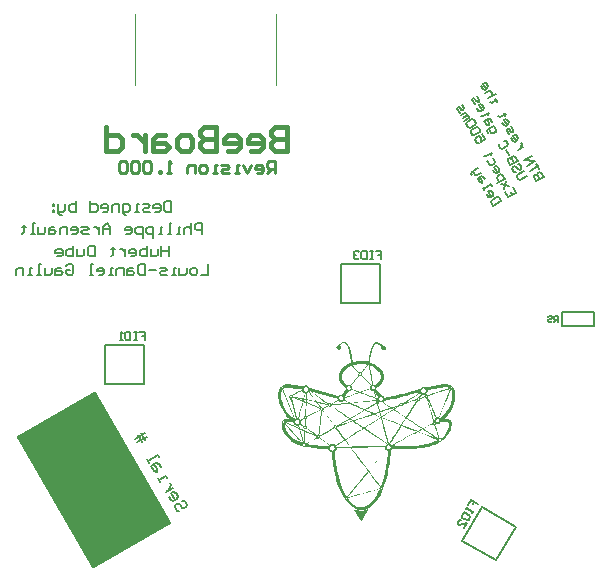
<source format=gbo>
G04*
G04 #@! TF.GenerationSoftware,Altium Limited,Altium Designer,20.1.11 (218)*
G04*
G04 Layer_Color=32896*
%FSLAX24Y24*%
%MOIN*%
G70*
G04*
G04 #@! TF.SameCoordinates,6F335AB9-D6ED-48D2-8003-4388AB504266*
G04*
G04*
G04 #@! TF.FilePolarity,Positive*
G04*
G01*
G75*
%ADD11C,0.0039*%
%ADD12C,0.0050*%
%ADD14C,0.0079*%
%ADD144C,0.0060*%
%ADD148C,0.0080*%
%ADD204C,0.0090*%
%ADD205C,0.0157*%
G04:AMPARAMS|DCode=206|XSize=508.6mil|YSize=303.3mil|CornerRadius=0mil|HoleSize=0mil|Usage=FLASHONLY|Rotation=120.000|XOffset=0mil|YOffset=0mil|HoleType=Round|Shape=Rectangle|*
%AMROTATEDRECTD206*
4,1,4,0.2585,-0.1444,-0.0042,-0.2960,-0.2585,0.1444,0.0042,0.2960,0.2585,-0.1444,0.0*
%
%ADD206ROTATEDRECTD206*%

G36*
X1835Y-694D02*
X1850Y-701D01*
X1868Y-712D01*
X1886Y-727D01*
X1908Y-745D01*
X1926Y-767D01*
X1948Y-800D01*
X1970Y-836D01*
X1992Y-880D01*
X2010Y-934D01*
X2028Y-993D01*
X2046Y-1066D01*
X2061Y-1146D01*
Y-1150D01*
Y-1153D01*
X2065Y-1175D01*
X2068Y-1208D01*
X2076Y-1244D01*
X2079Y-1284D01*
X2087Y-1321D01*
X2090Y-1354D01*
X2097Y-1379D01*
X2105D01*
X2123Y-1375D01*
X2148Y-1368D01*
X2185Y-1361D01*
X2225Y-1357D01*
X2269Y-1350D01*
X2367Y-1346D01*
X2393D01*
X2415Y-1350D01*
X2447D01*
X2484Y-1354D01*
X2524Y-1357D01*
X2564D01*
X2593Y-1361D01*
X2615D01*
Y-1357D01*
Y-1354D01*
X2619Y-1332D01*
X2622Y-1303D01*
X2630Y-1259D01*
X2637Y-1211D01*
X2644Y-1157D01*
X2659Y-1098D01*
X2673Y-1037D01*
X2688Y-975D01*
X2710Y-916D01*
X2732Y-862D01*
X2754Y-814D01*
X2783Y-770D01*
X2812Y-741D01*
X2848Y-719D01*
X2867Y-712D01*
X2903D01*
X2925Y-719D01*
X2950Y-727D01*
X2983Y-741D01*
X3020Y-763D01*
X3060Y-792D01*
X3103Y-832D01*
X3118D01*
X3136Y-836D01*
X3155Y-843D01*
X3169Y-851D01*
X3187Y-865D01*
X3198Y-883D01*
X3202Y-909D01*
Y-916D01*
Y-920D01*
X3198Y-927D01*
X3187Y-953D01*
X3180Y-967D01*
X3165Y-978D01*
X3151Y-985D01*
X3129Y-989D01*
X3111D01*
X3103Y-985D01*
X3078Y-975D01*
X3063Y-967D01*
X3052Y-953D01*
X3045Y-938D01*
X3042Y-916D01*
Y-909D01*
Y-905D01*
X3045Y-898D01*
X3049Y-883D01*
X3056Y-869D01*
X3052Y-865D01*
X3038Y-854D01*
X3020Y-836D01*
X2998Y-818D01*
X2976Y-800D01*
X2950Y-781D01*
X2929Y-770D01*
X2907Y-767D01*
X2878D01*
X2859Y-778D01*
X2848Y-785D01*
X2834Y-800D01*
X2816Y-818D01*
X2801Y-843D01*
X2783Y-876D01*
X2765Y-916D01*
X2746Y-967D01*
X2728Y-1029D01*
X2710Y-1098D01*
X2695Y-1182D01*
X2681Y-1277D01*
X2670Y-1386D01*
X2673D01*
X2692Y-1394D01*
X2713Y-1401D01*
X2743Y-1416D01*
X2779Y-1430D01*
X2819Y-1452D01*
X2859Y-1474D01*
X2903Y-1503D01*
X2947Y-1536D01*
X2991Y-1569D01*
X3027Y-1609D01*
X3063Y-1653D01*
X3093Y-1696D01*
X3118Y-1747D01*
X3133Y-1802D01*
X3136Y-1860D01*
Y-1864D01*
Y-1868D01*
Y-1878D01*
X3133Y-1893D01*
X3122Y-1933D01*
X3103Y-1984D01*
X3093Y-2013D01*
X3074Y-2043D01*
X3052Y-2075D01*
X3031Y-2108D01*
X2998Y-2141D01*
X2965Y-2174D01*
X2925Y-2210D01*
X2881Y-2243D01*
Y-2265D01*
X3027Y-2487D01*
X3042D01*
X3060Y-2491D01*
X3078Y-2498D01*
X3100Y-2505D01*
X3122Y-2520D01*
X3144Y-2542D01*
X3162Y-2567D01*
X3169D01*
X3184Y-2564D01*
X3209Y-2556D01*
X3246Y-2549D01*
X3293Y-2538D01*
X3348Y-2527D01*
X3413Y-2513D01*
X3486Y-2495D01*
X3570Y-2476D01*
X3658Y-2454D01*
X3756Y-2429D01*
X3862Y-2403D01*
X3971Y-2374D01*
X4088Y-2341D01*
X4212Y-2309D01*
X4343Y-2272D01*
X4346Y-2269D01*
X4350Y-2261D01*
X4361Y-2247D01*
X4376Y-2232D01*
X4412Y-2207D01*
X4434Y-2199D01*
X4459Y-2196D01*
X4463D01*
X4474Y-2199D01*
X4485Y-2203D01*
X4500Y-2207D01*
X4518Y-2214D01*
X4540Y-2225D01*
X4543D01*
X4561Y-2221D01*
X4583Y-2214D01*
X4616Y-2207D01*
X4653Y-2199D01*
X4696Y-2188D01*
X4744Y-2181D01*
X4795Y-2170D01*
X4904Y-2148D01*
X5013Y-2134D01*
X5064Y-2126D01*
X5116Y-2119D01*
X5159Y-2115D01*
X5214D01*
X5229Y-2119D01*
X5247D01*
X5272Y-2126D01*
X5298Y-2134D01*
X5327Y-2141D01*
X5356Y-2156D01*
X5385Y-2170D01*
X5414Y-2192D01*
X5440Y-2217D01*
X5465Y-2250D01*
X5484Y-2287D01*
X5498Y-2327D01*
X5509Y-2378D01*
X5513Y-2433D01*
Y-2542D01*
Y-2546D01*
Y-2556D01*
X5509Y-2578D01*
X5506Y-2604D01*
X5502Y-2637D01*
X5495Y-2677D01*
X5484Y-2720D01*
X5469Y-2768D01*
X5447Y-2819D01*
X5425Y-2877D01*
X5396Y-2936D01*
X5360Y-2998D01*
X5316Y-3063D01*
X5269Y-3129D01*
X5214Y-3194D01*
X5148Y-3264D01*
X5170D01*
X5188Y-3267D01*
X5229Y-3271D01*
X5272Y-3278D01*
X5320Y-3296D01*
X5356Y-3318D01*
X5374Y-3333D01*
X5385Y-3347D01*
X5393Y-3369D01*
X5396Y-3391D01*
Y-3431D01*
Y-3439D01*
Y-3457D01*
X5393Y-3486D01*
X5382Y-3526D01*
X5371Y-3577D01*
X5352Y-3632D01*
X5327Y-3690D01*
X5290Y-3752D01*
X5247Y-3818D01*
X5192Y-3887D01*
X5126Y-3953D01*
X5086Y-3982D01*
X5043Y-4014D01*
X4999Y-4044D01*
X4948Y-4073D01*
X4893Y-4102D01*
X4839Y-4127D01*
X4777Y-4153D01*
X4707Y-4175D01*
X4638Y-4197D01*
X4561Y-4215D01*
X4558D01*
X4547Y-4219D01*
X4529Y-4222D01*
X4503Y-4226D01*
X4474Y-4230D01*
X4438Y-4233D01*
X4397Y-4240D01*
X4354Y-4244D01*
X4259Y-4259D01*
X4153Y-4266D01*
X4044Y-4273D01*
X3938Y-4277D01*
X3803D01*
X3771Y-4273D01*
X3687D01*
X3599Y-4270D01*
X3508Y-4266D01*
X3413Y-4262D01*
X3359Y-4343D01*
Y-4346D01*
Y-4350D01*
Y-4361D01*
Y-4372D01*
X3355Y-4412D01*
Y-4463D01*
X3348Y-4525D01*
X3344Y-4598D01*
X3333Y-4685D01*
X3319Y-4776D01*
X3304Y-4882D01*
X3282Y-4991D01*
X3257Y-5108D01*
X3227Y-5232D01*
X3191Y-5359D01*
X3151Y-5491D01*
X3103Y-5626D01*
X3049Y-5760D01*
X3045Y-5768D01*
X3034Y-5786D01*
X3020Y-5811D01*
X2994Y-5848D01*
X2969Y-5892D01*
X2932Y-5939D01*
X2896Y-5990D01*
X2852Y-6041D01*
X2805Y-6092D01*
X2750Y-6143D01*
X2695Y-6191D01*
X2637Y-6234D01*
X2575Y-6271D01*
X2509Y-6296D01*
X2444Y-6314D01*
X2374Y-6322D01*
X2356D01*
X2331Y-6318D01*
X2298Y-6311D01*
X2262Y-6296D01*
X2214Y-6278D01*
X2163Y-6252D01*
X2108Y-6220D01*
X2050Y-6180D01*
X1988Y-6125D01*
X1926Y-6059D01*
X1861Y-5983D01*
X1828Y-5939D01*
X1795Y-5888D01*
X1766Y-5837D01*
X1733Y-5782D01*
X1700Y-5720D01*
X1671Y-5658D01*
X1638Y-5589D01*
X1609Y-5516D01*
Y-5513D01*
X1605Y-5509D01*
X1602Y-5498D01*
X1594Y-5483D01*
X1591Y-5462D01*
X1580Y-5436D01*
X1573Y-5407D01*
X1562Y-5367D01*
X1547Y-5327D01*
X1536Y-5276D01*
X1522Y-5217D01*
X1503Y-5152D01*
X1489Y-5082D01*
X1471Y-5002D01*
X1452Y-4915D01*
X1434Y-4816D01*
Y-4813D01*
Y-4798D01*
X1430Y-4780D01*
Y-4754D01*
X1427Y-4722D01*
X1423Y-4689D01*
X1416Y-4612D01*
X1409Y-4536D01*
X1405Y-4499D01*
X1401Y-4466D01*
X1398Y-4437D01*
X1394Y-4412D01*
X1390Y-4394D01*
X1387Y-4383D01*
X1376D01*
X1365Y-4375D01*
X1354Y-4368D01*
X1336Y-4357D01*
X1317Y-4339D01*
X1296Y-4313D01*
X1274Y-4277D01*
X1113D01*
X1084Y-4273D01*
X1051D01*
X1011Y-4270D01*
X971Y-4266D01*
X924Y-4262D01*
X873Y-4259D01*
X763Y-4244D01*
X639Y-4226D01*
X512Y-4200D01*
X508D01*
X494Y-4204D01*
X479Y-4208D01*
X461D01*
X454Y-4200D01*
X439Y-4193D01*
X421Y-4186D01*
X392Y-4175D01*
X355Y-4160D01*
X308Y-4146D01*
X253Y-4127D01*
X246Y-4124D01*
X231Y-4117D01*
X206Y-4102D01*
X169Y-4084D01*
X129Y-4062D01*
X85Y-4029D01*
X38Y-3996D01*
X-13Y-3956D01*
X-64Y-3909D01*
X-111Y-3858D01*
X-155Y-3799D01*
X-195Y-3734D01*
X-228Y-3665D01*
X-257Y-3592D01*
X-272Y-3511D01*
X-279Y-3424D01*
Y-3391D01*
Y-3384D01*
X-275Y-3369D01*
X-264Y-3351D01*
X-246Y-3326D01*
X-217Y-3304D01*
X-199Y-3293D01*
X-173Y-3282D01*
X-144Y-3275D01*
X-111Y-3267D01*
X-75Y-3264D01*
X-31D01*
X-35Y-3260D01*
X-46Y-3249D01*
X-64Y-3227D01*
X-86Y-3202D01*
X-115Y-3169D01*
X-144Y-3132D01*
X-177Y-3089D01*
X-210Y-3038D01*
X-246Y-2983D01*
X-279Y-2925D01*
X-308Y-2863D01*
X-334Y-2797D01*
X-359Y-2728D01*
X-377Y-2659D01*
X-388Y-2586D01*
X-392Y-2509D01*
Y-2465D01*
Y-2462D01*
Y-2451D01*
X-388Y-2433D01*
Y-2411D01*
X-385Y-2385D01*
X-377Y-2356D01*
X-356Y-2290D01*
X-341Y-2258D01*
X-323Y-2225D01*
X-301Y-2196D01*
X-272Y-2170D01*
X-243Y-2148D01*
X-203Y-2130D01*
X-162Y-2119D01*
X-111Y-2115D01*
X-49D01*
X-31Y-2119D01*
X-13D01*
X13Y-2123D01*
X42D01*
X74Y-2130D01*
X111Y-2134D01*
X155Y-2137D01*
X202Y-2145D01*
X257Y-2156D01*
X315Y-2163D01*
X381Y-2174D01*
X450Y-2188D01*
Y-2185D01*
X457Y-2177D01*
X465Y-2174D01*
X479Y-2166D01*
X494Y-2163D01*
X516Y-2156D01*
X570D01*
X581Y-2159D01*
X596Y-2166D01*
X610Y-2177D01*
X629Y-2196D01*
X650Y-2217D01*
X672Y-2250D01*
X1616Y-2495D01*
X1620D01*
X1624Y-2491D01*
X1645Y-2476D01*
X1671Y-2465D01*
X1693Y-2462D01*
X1744D01*
X1861Y-2283D01*
Y-2279D01*
Y-2272D01*
X1857Y-2258D01*
X1850Y-2243D01*
X1842Y-2225D01*
X1828Y-2207D01*
X1806Y-2188D01*
X1780Y-2170D01*
Y-2166D01*
X1773Y-2163D01*
X1755Y-2145D01*
X1729Y-2115D01*
X1704Y-2075D01*
X1675Y-2032D01*
X1649Y-1981D01*
X1631Y-1930D01*
X1627Y-1904D01*
X1624Y-1878D01*
Y-1831D01*
Y-1827D01*
Y-1820D01*
X1627Y-1806D01*
X1631Y-1791D01*
X1635Y-1769D01*
X1642Y-1744D01*
X1656Y-1718D01*
X1671Y-1689D01*
X1689Y-1656D01*
X1715Y-1623D01*
X1744Y-1587D01*
X1780Y-1554D01*
X1824Y-1518D01*
X1871Y-1481D01*
X1930Y-1448D01*
X1995Y-1416D01*
X1999D01*
X2006Y-1412D01*
X2017Y-1408D01*
X2035Y-1401D01*
Y-1394D01*
X2032Y-1379D01*
Y-1354D01*
X2028Y-1321D01*
X2021Y-1281D01*
X2017Y-1237D01*
X2010Y-1190D01*
X2003Y-1139D01*
X1981Y-1037D01*
X1970Y-985D01*
X1959Y-938D01*
X1944Y-894D01*
X1933Y-858D01*
X1915Y-829D01*
X1901Y-807D01*
Y-803D01*
X1893Y-800D01*
X1879Y-781D01*
X1850Y-756D01*
X1813Y-738D01*
X1810D01*
X1799Y-741D01*
X1780Y-749D01*
X1762Y-759D01*
X1715Y-785D01*
X1697Y-803D01*
X1678Y-825D01*
X1682Y-832D01*
X1693Y-847D01*
X1700Y-869D01*
X1704Y-887D01*
Y-891D01*
Y-894D01*
X1697Y-913D01*
X1686Y-927D01*
X1675Y-938D01*
X1656Y-953D01*
X1631Y-964D01*
X1627D01*
X1620Y-960D01*
X1605Y-956D01*
X1591Y-945D01*
X1576Y-938D01*
X1562Y-924D01*
X1554Y-905D01*
X1551Y-887D01*
Y-880D01*
Y-876D01*
X1554Y-869D01*
X1565Y-843D01*
X1573Y-829D01*
X1587Y-818D01*
X1602Y-811D01*
X1624Y-807D01*
X1627Y-803D01*
X1635Y-792D01*
X1645Y-778D01*
X1664Y-763D01*
X1689Y-741D01*
X1722Y-723D01*
X1758Y-705D01*
X1806Y-687D01*
X1813D01*
X1835Y-694D01*
D02*
G37*
G36*
X2604Y-6296D02*
X2608Y-6300D01*
X2604Y-6304D01*
X2600Y-6314D01*
X2590Y-6333D01*
X2575Y-6358D01*
X2557Y-6387D01*
X2539Y-6420D01*
X2498Y-6489D01*
X2458Y-6559D01*
X2440Y-6591D01*
X2422Y-6621D01*
X2404Y-6646D01*
X2393Y-6668D01*
X2382Y-6683D01*
X2374Y-6690D01*
X2145Y-6307D01*
Y-6293D01*
X2148D01*
X2152Y-6296D01*
X2174Y-6300D01*
X2203Y-6307D01*
X2240Y-6314D01*
X2280Y-6325D01*
X2320Y-6333D01*
X2353Y-6336D01*
X2382Y-6340D01*
X2385D01*
X2400Y-6336D01*
X2422Y-6333D01*
X2451Y-6329D01*
X2487Y-6322D01*
X2524Y-6314D01*
X2604Y-6293D01*
Y-6296D01*
D02*
G37*
%LPC*%
G36*
X2440Y-1448D02*
X2316D01*
X2280Y-1452D01*
X2240Y-1456D01*
X2196Y-1463D01*
X2156Y-1470D01*
X2123Y-1481D01*
X2112Y-1488D01*
X2105Y-1496D01*
X2108Y-1499D01*
X2112Y-1507D01*
X2123Y-1518D01*
X2138Y-1529D01*
X2170Y-1565D01*
X2210Y-1605D01*
X2247Y-1649D01*
X2283Y-1682D01*
X2298Y-1696D01*
X2309Y-1707D01*
X2316Y-1714D01*
X2320Y-1718D01*
X2371D01*
X2374Y-1711D01*
X2385Y-1696D01*
X2407Y-1678D01*
X2433Y-1645D01*
X2451Y-1623D01*
X2469Y-1601D01*
X2491Y-1572D01*
X2517Y-1543D01*
X2542Y-1507D01*
X2575Y-1467D01*
X2571D01*
X2564Y-1463D01*
X2549Y-1459D01*
X2528Y-1456D01*
X2502D01*
X2473Y-1452D01*
X2440Y-1448D01*
D02*
G37*
G36*
X2338Y-1744D02*
X2334Y-1747D01*
X2323Y-1751D01*
X2313Y-1762D01*
X2305Y-1773D01*
Y-1798D01*
X2309Y-1806D01*
X2316Y-1813D01*
X2327Y-1820D01*
X2338D01*
X2353Y-1817D01*
X2364Y-1809D01*
X2374Y-1798D01*
Y-1773D01*
Y-1769D01*
X2367Y-1762D01*
X2356Y-1755D01*
X2338Y-1744D01*
D02*
G37*
G36*
X2385Y-1838D02*
X2382Y-1842D01*
X2371Y-1846D01*
X2353Y-1849D01*
X2334Y-1853D01*
X2320D01*
X2305Y-1846D01*
X2050Y-2163D01*
X2054D01*
X2057Y-2166D01*
X2061Y-2174D01*
X2065Y-2181D01*
X2072Y-2196D01*
X2076Y-2217D01*
X2083Y-2243D01*
Y-2247D01*
X2079Y-2250D01*
X2076Y-2265D01*
X2345Y-2371D01*
X2349D01*
X2356Y-2367D01*
X2371Y-2363D01*
X2385Y-2356D01*
X2429Y-2341D01*
X2480Y-2323D01*
X2535Y-2305D01*
X2590Y-2290D01*
X2633Y-2276D01*
X2655Y-2269D01*
X2670Y-2265D01*
Y-2217D01*
Y-2214D01*
X2673Y-2203D01*
X2681Y-2185D01*
X2692Y-2163D01*
X2688Y-2159D01*
X2681Y-2152D01*
X2666Y-2137D01*
X2652Y-2119D01*
X2608Y-2075D01*
X2557Y-2024D01*
X2506Y-1970D01*
X2455Y-1915D01*
X2415Y-1871D01*
X2396Y-1853D01*
X2385Y-1838D01*
D02*
G37*
G36*
X2061Y-1503D02*
X2057D01*
X2046Y-1510D01*
X2032Y-1514D01*
X2010Y-1525D01*
X1984Y-1540D01*
X1955Y-1554D01*
X1893Y-1591D01*
X1831Y-1642D01*
X1802Y-1671D01*
X1777Y-1700D01*
X1758Y-1736D01*
X1740Y-1773D01*
X1729Y-1813D01*
X1726Y-1853D01*
Y-1860D01*
X1729Y-1878D01*
X1737Y-1908D01*
X1748Y-1944D01*
X1769Y-1988D01*
X1799Y-2039D01*
X1842Y-2086D01*
X1871Y-2112D01*
X1901Y-2137D01*
X1970Y-2130D01*
X2028Y-2137D01*
X2032Y-2134D01*
X2039Y-2126D01*
X2050Y-2108D01*
X2072Y-2079D01*
X2105Y-2039D01*
X2127Y-2013D01*
X2148Y-1988D01*
X2178Y-1955D01*
X2207Y-1919D01*
X2243Y-1875D01*
X2280Y-1831D01*
X2272Y-1784D01*
Y-1780D01*
X2287Y-1733D01*
X2061Y-1503D01*
D02*
G37*
G36*
X2677Y-1496D02*
X2670D01*
Y-1503D01*
Y-1510D01*
X2673Y-1529D01*
X2677Y-1558D01*
X2684Y-1598D01*
X2692Y-1642D01*
X2703Y-1693D01*
X2710Y-1747D01*
X2721Y-1806D01*
X2739Y-1919D01*
X2750Y-1973D01*
X2761Y-2021D01*
X2768Y-2061D01*
X2775Y-2094D01*
X2783Y-2119D01*
X2786Y-2130D01*
X2790D01*
X2794Y-2134D01*
X2812Y-2137D01*
X2826Y-2141D01*
X2834Y-2145D01*
X2841D01*
X2845Y-2137D01*
X2867Y-2119D01*
X2899Y-2094D01*
X2936Y-2057D01*
X2972Y-2013D01*
X3005Y-1966D01*
X3027Y-1915D01*
X3031Y-1886D01*
X3034Y-1860D01*
Y-1857D01*
Y-1849D01*
X3031Y-1838D01*
Y-1820D01*
X3016Y-1780D01*
X3005Y-1755D01*
X2991Y-1725D01*
X2972Y-1696D01*
X2947Y-1667D01*
X2918Y-1638D01*
X2885Y-1605D01*
X2841Y-1576D01*
X2794Y-1547D01*
X2739Y-1521D01*
X2677Y-1496D01*
D02*
G37*
G36*
X2622Y-1474D02*
X2615D01*
X2611Y-1478D01*
X2608Y-1485D01*
X2597Y-1499D01*
X2582Y-1514D01*
X2549Y-1554D01*
X2509Y-1601D01*
X2473Y-1653D01*
X2436Y-1693D01*
X2422Y-1707D01*
X2411Y-1722D01*
X2404Y-1729D01*
X2400Y-1733D01*
Y-1736D01*
Y-1751D01*
X2404Y-1769D01*
X2411Y-1791D01*
X2418Y-1817D01*
X2429Y-1842D01*
X2447Y-1864D01*
X2473Y-1886D01*
X2477Y-1889D01*
X2484Y-1897D01*
X2491Y-1908D01*
X2506Y-1922D01*
X2542Y-1959D01*
X2582Y-2002D01*
X2622Y-2050D01*
X2662Y-2090D01*
X2695Y-2126D01*
X2710Y-2137D01*
X2717Y-2145D01*
X2721D01*
X2724Y-2141D01*
X2743Y-2137D01*
Y-2134D01*
Y-2130D01*
Y-2123D01*
X2739Y-2112D01*
X2735Y-2097D01*
X2732Y-2075D01*
X2728Y-2046D01*
X2721Y-2010D01*
X2713Y-1966D01*
X2703Y-1911D01*
X2692Y-1849D01*
X2677Y-1773D01*
X2662Y-1685D01*
X2644Y-1587D01*
X2622Y-1474D01*
D02*
G37*
G36*
X-254Y-2196D02*
X-257D01*
X-264Y-2199D01*
X-272Y-2203D01*
X-279Y-2217D01*
Y-2232D01*
X-275Y-2236D01*
X-268Y-2243D01*
X-257Y-2250D01*
X-254Y-2247D01*
X-243Y-2243D01*
X-235Y-2239D01*
X-232Y-2232D01*
Y-2217D01*
Y-2214D01*
X-235Y-2210D01*
X-239Y-2203D01*
X-254Y-2196D01*
D02*
G37*
G36*
X5382Y-2210D02*
X5367D01*
X5360Y-2214D01*
X5352Y-2221D01*
X5349Y-2236D01*
Y-2239D01*
X5352Y-2243D01*
X5356Y-2258D01*
X5385D01*
X5389Y-2254D01*
X5396Y-2247D01*
X5403Y-2236D01*
Y-2232D01*
Y-2228D01*
X5400Y-2225D01*
X5396Y-2217D01*
X5382Y-2210D01*
D02*
G37*
G36*
X2772Y-2185D02*
X2765D01*
X2750Y-2192D01*
X2732Y-2207D01*
X2728Y-2217D01*
X2724Y-2236D01*
Y-2243D01*
X2732Y-2258D01*
X2739Y-2265D01*
X2746Y-2276D01*
X2761Y-2279D01*
X2779Y-2283D01*
X2786D01*
X2801Y-2276D01*
X2816Y-2261D01*
X2823Y-2250D01*
X2826Y-2232D01*
Y-2228D01*
Y-2225D01*
X2819Y-2210D01*
X2812Y-2203D01*
X2805Y-2192D01*
X2790Y-2188D01*
X2772Y-2185D01*
D02*
G37*
G36*
X1970Y-2185D02*
X1955D01*
X1937Y-2192D01*
X1915Y-2207D01*
X1912Y-2217D01*
X1908Y-2236D01*
Y-2243D01*
Y-2247D01*
Y-2250D01*
X1915Y-2269D01*
X1923Y-2279D01*
X1930Y-2290D01*
X1944Y-2294D01*
X1963Y-2298D01*
X1977D01*
X1995Y-2290D01*
X2006Y-2283D01*
X2014Y-2276D01*
X2017Y-2261D01*
X2021Y-2243D01*
Y-2236D01*
Y-2232D01*
Y-2228D01*
X2014Y-2210D01*
X1999Y-2192D01*
X1988Y-2188D01*
X1970Y-2185D01*
D02*
G37*
G36*
X545Y-2210D02*
X512D01*
X508Y-2214D01*
X494Y-2221D01*
X479Y-2236D01*
X465Y-2258D01*
Y-2312D01*
Y-2316D01*
X475Y-2330D01*
X483Y-2338D01*
X494Y-2349D01*
X512Y-2356D01*
X537Y-2367D01*
X541D01*
X548Y-2363D01*
X574Y-2349D01*
X599Y-2323D01*
X607Y-2309D01*
X610Y-2290D01*
Y-2279D01*
Y-2276D01*
X607Y-2269D01*
X599Y-2243D01*
X578Y-2221D01*
X563Y-2214D01*
X545Y-2210D01*
D02*
G37*
G36*
X4467Y-2258D02*
X4430D01*
X4427Y-2261D01*
X4412Y-2269D01*
X4397Y-2283D01*
X4383Y-2305D01*
Y-2360D01*
X4387Y-2363D01*
X4397Y-2378D01*
X4412Y-2392D01*
X4430Y-2407D01*
X4470D01*
X4478Y-2403D01*
X4500Y-2392D01*
X4521Y-2371D01*
X4529Y-2356D01*
X4532Y-2338D01*
Y-2327D01*
Y-2323D01*
X4529Y-2316D01*
X4518Y-2290D01*
X4500Y-2269D01*
X4485Y-2261D01*
X4467Y-2258D01*
D02*
G37*
G36*
X5214Y-2217D02*
X5163D01*
X5141Y-2221D01*
X5116D01*
X5086Y-2225D01*
X5054Y-2228D01*
X5013Y-2236D01*
X4970Y-2243D01*
X4919Y-2250D01*
X4864Y-2261D01*
X4802Y-2272D01*
X4736Y-2287D01*
X4664Y-2301D01*
X4587Y-2320D01*
Y-2352D01*
Y-2356D01*
X4583Y-2363D01*
X4572Y-2389D01*
X4561Y-2414D01*
X4554Y-2422D01*
X4547Y-2425D01*
Y-2429D01*
X4554Y-2443D01*
X4561Y-2451D01*
X4576Y-2458D01*
X4591Y-2465D01*
X4613Y-2473D01*
X4616D01*
X4620Y-2469D01*
X4642Y-2462D01*
X4674Y-2454D01*
X4715Y-2440D01*
X4766Y-2422D01*
X4820Y-2403D01*
X4882Y-2385D01*
X4944Y-2363D01*
X5068Y-2320D01*
X5126Y-2301D01*
X5181Y-2283D01*
X5229Y-2265D01*
X5265Y-2250D01*
X5294Y-2239D01*
X5309Y-2232D01*
X5305D01*
X5301Y-2228D01*
X5280Y-2225D01*
X5247Y-2221D01*
X5214Y-2217D01*
D02*
G37*
G36*
X-199Y-2243D02*
X-217Y-2272D01*
X173Y-3271D01*
X177Y-3267D01*
X187Y-3264D01*
X195Y-3256D01*
X198Y-3249D01*
Y-3245D01*
X195Y-3242D01*
X191Y-3220D01*
X180Y-3187D01*
X169Y-3143D01*
X158Y-3092D01*
X140Y-3034D01*
X126Y-2976D01*
X107Y-2910D01*
X89Y-2848D01*
X74Y-2790D01*
X56Y-2731D01*
X42Y-2680D01*
X27Y-2637D01*
X16Y-2604D01*
X9Y-2582D01*
Y-2575D01*
X5D01*
X-2Y-2571D01*
X-13Y-2564D01*
X-24Y-2549D01*
X-31Y-2527D01*
Y-2502D01*
Y-2498D01*
X-28Y-2495D01*
X-13Y-2480D01*
X5Y-2469D01*
X13Y-2462D01*
X27D01*
X42Y-2465D01*
X56Y-2469D01*
X71Y-2473D01*
X74Y-2469D01*
X85Y-2465D01*
X104Y-2458D01*
X126Y-2447D01*
X151Y-2436D01*
X177Y-2422D01*
X242Y-2389D01*
X304Y-2356D01*
X330Y-2341D01*
X359Y-2327D01*
X377Y-2316D01*
X395Y-2305D01*
X406Y-2298D01*
X410Y-2290D01*
X399Y-2287D01*
X392Y-2283D01*
X377D01*
X359Y-2279D01*
X333Y-2276D01*
X300Y-2272D01*
X260Y-2269D01*
X213Y-2265D01*
X155Y-2261D01*
X82Y-2258D01*
X2Y-2254D01*
X-93Y-2247D01*
X-199Y-2243D01*
D02*
G37*
G36*
X4561Y-2487D02*
X4558D01*
X4547Y-2495D01*
X4536Y-2502D01*
X4532Y-2509D01*
Y-2520D01*
Y-2524D01*
X4536Y-2531D01*
X4543Y-2538D01*
X4561Y-2542D01*
X4565D01*
X4569Y-2538D01*
X4580Y-2535D01*
Y-2495D01*
X4576D01*
X4561Y-2487D01*
D02*
G37*
G36*
X2061Y-2298D02*
Y-2301D01*
X2054Y-2309D01*
X2046Y-2316D01*
X2032Y-2327D01*
X2014Y-2341D01*
X1992Y-2349D01*
X1966Y-2356D01*
X1933Y-2360D01*
X1930Y-2367D01*
X1919Y-2385D01*
X1901Y-2411D01*
X1882Y-2443D01*
X1861Y-2476D01*
X1846Y-2505D01*
X1831Y-2527D01*
X1828Y-2542D01*
X1839D01*
X1853Y-2535D01*
X1875Y-2527D01*
X1904Y-2520D01*
X1937Y-2505D01*
X1974Y-2495D01*
X2054Y-2465D01*
X2134Y-2440D01*
X2174Y-2425D01*
X2210Y-2414D01*
X2240Y-2407D01*
X2265Y-2400D01*
X2280Y-2392D01*
X2291D01*
X2287Y-2389D01*
X2280Y-2385D01*
X2261Y-2374D01*
X2236Y-2363D01*
X2218Y-2356D01*
X2192Y-2345D01*
X2167Y-2338D01*
X2138Y-2323D01*
X2101Y-2312D01*
X2061Y-2298D01*
D02*
G37*
G36*
X23Y-2495D02*
X20D01*
X13Y-2502D01*
X2Y-2505D01*
X-2Y-2513D01*
Y-2527D01*
X2Y-2535D01*
X5Y-2542D01*
X16Y-2549D01*
X34D01*
X38Y-2546D01*
X45Y-2538D01*
X53Y-2520D01*
Y-2516D01*
X45Y-2509D01*
X38Y-2502D01*
X23Y-2495D01*
D02*
G37*
G36*
X2670Y-2290D02*
X2400Y-2378D01*
Y-2392D01*
X2407Y-2396D01*
X2422Y-2400D01*
X2455Y-2411D01*
X2477Y-2418D01*
X2502Y-2429D01*
X2528Y-2440D01*
X2560Y-2451D01*
X2600Y-2465D01*
X2641Y-2480D01*
X2684Y-2498D01*
X2735Y-2516D01*
X2790Y-2538D01*
X2852Y-2560D01*
Y-2553D01*
Y-2549D01*
X2848Y-2542D01*
Y-2535D01*
X2845Y-2520D01*
X2834Y-2484D01*
X2823Y-2443D01*
X2812Y-2407D01*
X2801Y-2371D01*
X2797Y-2356D01*
X2794Y-2349D01*
X2790Y-2341D01*
X2786Y-2338D01*
X2775D01*
X2765Y-2334D01*
X2750Y-2330D01*
X2713Y-2316D01*
X2692Y-2305D01*
X2670Y-2290D01*
D02*
G37*
G36*
X4405Y-2454D02*
X4401Y-2458D01*
X4394Y-2465D01*
X4387Y-2480D01*
X4376Y-2498D01*
X4350Y-2535D01*
X4339Y-2553D01*
X4332Y-2567D01*
X4339D01*
X4343Y-2564D01*
X4361Y-2560D01*
X4387Y-2553D01*
X4419Y-2542D01*
X4448Y-2531D01*
X4474Y-2520D01*
X4492Y-2509D01*
X4500Y-2505D01*
Y-2502D01*
X4503Y-2498D01*
X4507Y-2487D01*
X4510Y-2476D01*
X4514Y-2462D01*
X4419D01*
X4405Y-2454D01*
D02*
G37*
G36*
X2837Y-2392D02*
Y-2400D01*
Y-2403D01*
X2841Y-2407D01*
X2845Y-2429D01*
X2852Y-2458D01*
X2863Y-2495D01*
X2874Y-2531D01*
X2888Y-2560D01*
X2903Y-2582D01*
X2907Y-2586D01*
X2914Y-2589D01*
X2921D01*
X2925Y-2586D01*
Y-2582D01*
X2932Y-2542D01*
X2929Y-2538D01*
X2925Y-2524D01*
X2914Y-2505D01*
X2903Y-2484D01*
X2870Y-2436D01*
X2856Y-2411D01*
X2837Y-2392D01*
D02*
G37*
G36*
X410Y-2338D02*
X399D01*
X388Y-2345D01*
X373Y-2352D01*
X355Y-2363D01*
X330Y-2374D01*
X304Y-2389D01*
X246Y-2418D01*
X187Y-2451D01*
X136Y-2476D01*
X115Y-2487D01*
X96Y-2495D01*
X85Y-2498D01*
X78Y-2502D01*
X82Y-2505D01*
X89Y-2513D01*
X104Y-2520D01*
X126Y-2527D01*
X158Y-2535D01*
X180Y-2538D01*
X206Y-2546D01*
X235Y-2549D01*
X268Y-2553D01*
X271D01*
X282Y-2560D01*
X304Y-2564D01*
X326Y-2571D01*
X355Y-2578D01*
X384Y-2582D01*
X450Y-2589D01*
Y-2586D01*
X454Y-2582D01*
X457Y-2564D01*
X465Y-2538D01*
X475Y-2505D01*
X483Y-2476D01*
X490Y-2447D01*
X494Y-2425D01*
X497Y-2414D01*
X494D01*
X475Y-2403D01*
X465Y-2396D01*
X450Y-2382D01*
X432Y-2363D01*
X410Y-2338D01*
D02*
G37*
G36*
X537Y-2418D02*
X530D01*
X483Y-2600D01*
X530Y-2615D01*
Y-2600D01*
Y-2593D01*
Y-2586D01*
Y-2571D01*
X534Y-2549D01*
Y-2520D01*
Y-2480D01*
X537Y-2433D01*
Y-2418D01*
D02*
G37*
G36*
X4277Y-2582D02*
X4274Y-2586D01*
X4270Y-2593D01*
X4263Y-2604D01*
X4255Y-2607D01*
Y-2611D01*
X4263Y-2622D01*
X4277Y-2633D01*
X4295Y-2637D01*
X4310Y-2615D01*
Y-2600D01*
Y-2597D01*
X4306Y-2593D01*
X4295Y-2586D01*
X4277Y-2582D01*
D02*
G37*
G36*
X2899Y-2615D02*
Y-2629D01*
Y-2633D01*
X2903Y-2637D01*
X2907Y-2644D01*
Y-2648D01*
X2921D01*
X2925Y-2644D01*
Y-2637D01*
Y-2633D01*
X2921Y-2629D01*
X2914Y-2622D01*
X2899Y-2615D01*
D02*
G37*
G36*
X1711Y-2513D02*
X1700D01*
X1697Y-2516D01*
X1675Y-2524D01*
X1656Y-2542D01*
X1649Y-2556D01*
X1645Y-2575D01*
Y-2589D01*
Y-2593D01*
X1649Y-2597D01*
X1656Y-2618D01*
X1675Y-2637D01*
X1686Y-2644D01*
X1704Y-2648D01*
X1715D01*
X1722Y-2644D01*
X1748Y-2637D01*
X1758Y-2626D01*
X1769Y-2615D01*
X1777Y-2597D01*
X1780Y-2575D01*
Y-2571D01*
X1777Y-2564D01*
X1762Y-2542D01*
X1740Y-2524D01*
X1729Y-2516D01*
X1711Y-2513D01*
D02*
G37*
G36*
X246Y-2589D02*
X242D01*
Y-2597D01*
X246D01*
X249Y-2600D01*
X268Y-2604D01*
X293Y-2615D01*
X326Y-2626D01*
X359Y-2637D01*
X388Y-2644D01*
X413Y-2651D01*
X428Y-2655D01*
Y-2651D01*
X432Y-2648D01*
X435Y-2629D01*
X428D01*
X413Y-2626D01*
X395Y-2622D01*
X373Y-2615D01*
X337Y-2607D01*
X297Y-2600D01*
X246Y-2589D01*
D02*
G37*
G36*
X3042Y-2542D02*
X3038D01*
X3031Y-2546D01*
X3012Y-2556D01*
X2991Y-2578D01*
X2983Y-2589D01*
X2980Y-2607D01*
Y-2611D01*
Y-2615D01*
X2987Y-2633D01*
X2998Y-2644D01*
X3009Y-2655D01*
X3027Y-2662D01*
X3049Y-2669D01*
X3052D01*
X3060Y-2666D01*
X3078Y-2655D01*
X3100Y-2637D01*
X3103Y-2622D01*
X3107Y-2607D01*
Y-2604D01*
X3103Y-2597D01*
X3093Y-2575D01*
X3074Y-2553D01*
X3060Y-2546D01*
X3042Y-2542D01*
D02*
G37*
G36*
X625Y-2385D02*
X621D01*
X618Y-2389D01*
X596Y-2400D01*
X574Y-2414D01*
X567Y-2422D01*
X563Y-2425D01*
Y-2622D01*
X570D01*
X588Y-2626D01*
X614Y-2633D01*
X643Y-2637D01*
X669Y-2644D01*
X694Y-2651D01*
X712Y-2659D01*
X720D01*
Y-2662D01*
X723D01*
X727Y-2655D01*
X731D01*
X745Y-2659D01*
X763Y-2662D01*
X785Y-2669D01*
X807Y-2673D01*
X825Y-2680D01*
X844Y-2684D01*
X855D01*
X851Y-2680D01*
X847Y-2673D01*
X836Y-2659D01*
X822Y-2640D01*
X789Y-2593D01*
X749Y-2542D01*
X709Y-2487D01*
X672Y-2440D01*
X654Y-2418D01*
X643Y-2403D01*
X632Y-2392D01*
X625Y-2385D01*
D02*
G37*
G36*
X2939Y-2677D02*
X2936D01*
X2932Y-2680D01*
X2925Y-2684D01*
X2921D01*
Y-2695D01*
X2947D01*
X2950Y-2691D01*
X2954Y-2684D01*
X2939Y-2677D01*
D02*
G37*
G36*
X530Y-2648D02*
X472D01*
Y-2651D01*
X468Y-2655D01*
X465Y-2677D01*
Y-2684D01*
X472D01*
X486Y-2688D01*
X505Y-2691D01*
X523Y-2695D01*
X530Y-2655D01*
Y-2648D01*
D02*
G37*
G36*
X1799Y-2669D02*
X1795Y-2673D01*
X1777Y-2684D01*
X1751Y-2699D01*
X1718Y-2702D01*
X1689D01*
X1675Y-2699D01*
X1649Y-2688D01*
X1616Y-2669D01*
X1609D01*
X1602Y-2673D01*
X1584Y-2684D01*
X1554Y-2699D01*
X1518Y-2717D01*
X1481Y-2739D01*
X1449Y-2757D01*
X1419Y-2772D01*
X1401Y-2779D01*
Y-2782D01*
X1412D01*
X1427Y-2779D01*
X1449D01*
X1478Y-2775D01*
X1514Y-2772D01*
X1551Y-2768D01*
X1638Y-2761D01*
X1729Y-2753D01*
X1820Y-2746D01*
X1861Y-2742D01*
X1893Y-2739D01*
X1926Y-2735D01*
X1948D01*
X1944Y-2731D01*
X1930Y-2724D01*
X1912Y-2713D01*
X1886Y-2702D01*
X1839Y-2680D01*
X1817Y-2673D01*
X1799Y-2669D01*
D02*
G37*
G36*
X2338Y-2407D02*
X2323D01*
X2305Y-2414D01*
X2283Y-2422D01*
X2254Y-2433D01*
X2218Y-2443D01*
X2178Y-2454D01*
X2090Y-2484D01*
X1999Y-2516D01*
X1959Y-2531D01*
X1923Y-2542D01*
X1890Y-2553D01*
X1864Y-2564D01*
X1846Y-2571D01*
X1835Y-2575D01*
Y-2582D01*
Y-2597D01*
X1831Y-2618D01*
X1828Y-2644D01*
X1831D01*
X1835Y-2648D01*
X1857Y-2655D01*
X1882Y-2669D01*
X1915Y-2684D01*
X1948Y-2699D01*
X1977Y-2713D01*
X1995Y-2724D01*
X1999Y-2728D01*
X2003Y-2731D01*
X2874Y-2648D01*
Y-2644D01*
Y-2640D01*
X2870Y-2633D01*
X2863Y-2622D01*
X2852Y-2607D01*
X2830Y-2593D01*
X2797Y-2575D01*
X2775Y-2567D01*
X2754Y-2556D01*
X2724Y-2549D01*
X2692Y-2542D01*
X2688D01*
X2677Y-2535D01*
X2662Y-2531D01*
X2641Y-2520D01*
X2615Y-2509D01*
X2590Y-2498D01*
X2528Y-2473D01*
X2462Y-2451D01*
X2404Y-2429D01*
X2378Y-2418D01*
X2356Y-2414D01*
X2338Y-2407D01*
D02*
G37*
G36*
X4350Y-2407D02*
X4346Y-2411D01*
X4328Y-2422D01*
X4306Y-2436D01*
X4274Y-2454D01*
X4237Y-2476D01*
X4193Y-2505D01*
X4102Y-2560D01*
X4007Y-2618D01*
X3964Y-2648D01*
X3924Y-2673D01*
X3891Y-2695D01*
X3862Y-2713D01*
X3843Y-2728D01*
X3832Y-2735D01*
X3840D01*
X3851Y-2731D01*
X3869Y-2724D01*
X3894Y-2717D01*
X3920Y-2706D01*
X3953Y-2695D01*
X4022Y-2673D01*
X4091Y-2648D01*
X4124Y-2637D01*
X4153Y-2626D01*
X4179Y-2618D01*
X4201Y-2611D01*
X4215Y-2604D01*
X4223Y-2600D01*
Y-2597D01*
X4226Y-2593D01*
X4241Y-2575D01*
X4266Y-2556D01*
X4281Y-2553D01*
X4303Y-2549D01*
X4372Y-2440D01*
X4350Y-2407D01*
D02*
G37*
G36*
X4310Y-2392D02*
X4292D01*
X4274Y-2400D01*
X4248Y-2403D01*
X4215Y-2414D01*
X4168Y-2425D01*
X4117Y-2440D01*
X4051Y-2458D01*
X3982Y-2476D01*
X3902Y-2498D01*
X3814Y-2520D01*
X3720Y-2542D01*
X3617Y-2567D01*
X3504Y-2597D01*
X3388Y-2626D01*
X3268Y-2655D01*
X3136Y-2684D01*
X3114Y-2710D01*
X3118Y-2713D01*
X3125Y-2717D01*
X3140Y-2724D01*
X3155Y-2735D01*
X3198Y-2764D01*
X3249Y-2797D01*
X3300Y-2830D01*
X3344Y-2855D01*
X3362Y-2870D01*
X3377Y-2877D01*
X3388Y-2881D01*
X3391Y-2885D01*
X3395D01*
X3402Y-2881D01*
X3413Y-2877D01*
X3428Y-2874D01*
X3464Y-2863D01*
X3504Y-2848D01*
X3552Y-2833D01*
X3592Y-2819D01*
X3628Y-2804D01*
X3639Y-2797D01*
X3650Y-2790D01*
Y-2782D01*
X3658Y-2772D01*
X3665Y-2764D01*
X3676Y-2757D01*
X3690Y-2750D01*
X3709Y-2742D01*
X3756Y-2750D01*
X3760Y-2746D01*
X3767Y-2742D01*
X3778Y-2735D01*
X3792Y-2724D01*
X3811Y-2713D01*
X3832Y-2699D01*
X3862Y-2680D01*
X3894Y-2659D01*
X3935Y-2633D01*
X3978Y-2604D01*
X4033Y-2571D01*
X4091Y-2535D01*
X4157Y-2495D01*
X4230Y-2451D01*
X4310Y-2400D01*
Y-2392D01*
D02*
G37*
G36*
X2914Y-2731D02*
X2892D01*
X2888Y-2735D01*
X2885Y-2742D01*
X2888Y-2750D01*
X2896Y-2757D01*
X2907Y-2764D01*
X2910D01*
X2914Y-2761D01*
X2918Y-2757D01*
X2921Y-2750D01*
Y-2742D01*
Y-2739D01*
Y-2735D01*
X2914Y-2731D01*
D02*
G37*
G36*
X752Y-2378D02*
X760Y-2382D01*
X767Y-2389D01*
X778Y-2396D01*
X793Y-2407D01*
X811Y-2422D01*
X836Y-2436D01*
X862Y-2458D01*
X895Y-2480D01*
X935Y-2509D01*
X978Y-2538D01*
X1029Y-2575D01*
X1084Y-2615D01*
X1146Y-2659D01*
X1212Y-2706D01*
X1288Y-2757D01*
X1296D01*
X1310Y-2753D01*
X1325Y-2750D01*
X1339D01*
X1343Y-2753D01*
X1354Y-2757D01*
X1365Y-2761D01*
X1376Y-2764D01*
X1383Y-2761D01*
X1398Y-2753D01*
X1419Y-2739D01*
X1452Y-2720D01*
X1485Y-2702D01*
X1525Y-2684D01*
X1598Y-2648D01*
Y-2644D01*
Y-2637D01*
X1594Y-2626D01*
X1587Y-2611D01*
X1580Y-2597D01*
X1565Y-2586D01*
X1543Y-2578D01*
X1518Y-2575D01*
X752Y-2378D01*
D02*
G37*
G36*
X658Y-2352D02*
X654D01*
Y-2367D01*
X658Y-2371D01*
X665Y-2382D01*
X676Y-2396D01*
X690Y-2418D01*
X709Y-2440D01*
X727Y-2469D01*
X771Y-2527D01*
X818Y-2586D01*
X862Y-2640D01*
X880Y-2662D01*
X895Y-2677D01*
X909Y-2688D01*
X916Y-2695D01*
X920D01*
X931Y-2699D01*
X946Y-2702D01*
X964Y-2706D01*
X989Y-2713D01*
X1015Y-2720D01*
X1073Y-2731D01*
X1132Y-2746D01*
X1186Y-2761D01*
X1208Y-2764D01*
X1226Y-2768D01*
X1245Y-2772D01*
X1252D01*
X1241Y-2764D01*
X1234Y-2757D01*
X1219Y-2746D01*
X1201Y-2735D01*
X1179Y-2717D01*
X1146Y-2695D01*
X1106Y-2666D01*
X1059Y-2633D01*
X1000Y-2593D01*
X935Y-2546D01*
X855Y-2487D01*
X763Y-2425D01*
X658Y-2352D01*
D02*
G37*
G36*
X3709Y-2779D02*
X3690D01*
X3687Y-2782D01*
X3683Y-2790D01*
Y-2812D01*
Y-2815D01*
X3687Y-2819D01*
X3690Y-2823D01*
X3698Y-2826D01*
X3720D01*
X3723Y-2823D01*
X3727Y-2819D01*
X3730Y-2812D01*
Y-2797D01*
Y-2793D01*
X3727Y-2790D01*
X3723Y-2786D01*
X3709Y-2779D01*
D02*
G37*
G36*
X1336Y-2782D02*
X1321D01*
X1317Y-2786D01*
X1310Y-2790D01*
X1299Y-2804D01*
X1303Y-2808D01*
X1306Y-2815D01*
X1314Y-2826D01*
X1321Y-2830D01*
X1336D01*
X1339Y-2826D01*
X1347Y-2823D01*
X1354Y-2812D01*
Y-2804D01*
Y-2801D01*
X1350Y-2797D01*
X1347Y-2790D01*
X1336Y-2782D01*
D02*
G37*
G36*
X4237Y-2644D02*
X4226D01*
X4212Y-2651D01*
X4186Y-2659D01*
X4157Y-2666D01*
X4120Y-2677D01*
X4084Y-2691D01*
X3997Y-2717D01*
X3913Y-2746D01*
X3873Y-2761D01*
X3836Y-2775D01*
X3807Y-2786D01*
X3785Y-2797D01*
X3767Y-2804D01*
X3763Y-2812D01*
Y-2819D01*
X3756Y-2833D01*
X3749Y-2841D01*
X3741Y-2848D01*
X3727Y-2855D01*
X3709Y-2859D01*
X3701D01*
X3654Y-2844D01*
X3647Y-2848D01*
X3632Y-2859D01*
X3607Y-2870D01*
X3581Y-2888D01*
X3552Y-2906D01*
X3523Y-2925D01*
X3501Y-2939D01*
X3486Y-2954D01*
X3494Y-2961D01*
X3512Y-2972D01*
X3526Y-2979D01*
X3541Y-2990D01*
X3563Y-3005D01*
X3588Y-3023D01*
X3621Y-3041D01*
X3658Y-3067D01*
X3701Y-3096D01*
X3749Y-3129D01*
X3807Y-3165D01*
X3873Y-3209D01*
X4237Y-2648D01*
Y-2644D01*
D02*
G37*
G36*
X935Y-2735D02*
Y-2742D01*
X938Y-2750D01*
X949Y-2764D01*
X968Y-2786D01*
X986Y-2808D01*
X1004Y-2833D01*
X1022Y-2859D01*
X1033Y-2874D01*
X1037Y-2885D01*
X1044D01*
X1062Y-2877D01*
X1110Y-2899D01*
X1117Y-2895D01*
X1132Y-2888D01*
X1157Y-2877D01*
X1183Y-2863D01*
X1212Y-2848D01*
X1237Y-2837D01*
X1255Y-2830D01*
X1266Y-2826D01*
Y-2812D01*
X1263D01*
X1252Y-2808D01*
X1237Y-2804D01*
X1219Y-2801D01*
X1194Y-2797D01*
X1168Y-2790D01*
X1106Y-2775D01*
X1048Y-2761D01*
X993Y-2750D01*
X971Y-2746D01*
X953Y-2739D01*
X942D01*
X935Y-2735D01*
D02*
G37*
G36*
X559Y-2655D02*
Y-2669D01*
X552Y-2717D01*
X1015Y-2906D01*
Y-2899D01*
Y-2895D01*
X1011Y-2892D01*
X997Y-2870D01*
X975Y-2844D01*
X953Y-2812D01*
X927Y-2779D01*
X906Y-2750D01*
X884Y-2731D01*
X876Y-2728D01*
X869Y-2724D01*
X559Y-2655D01*
D02*
G37*
G36*
X3555Y-2874D02*
X3545D01*
X3534Y-2877D01*
X3515Y-2885D01*
X3497Y-2888D01*
X3457Y-2903D01*
X3442Y-2906D01*
X3432D01*
Y-2914D01*
X3435Y-2917D01*
X3442Y-2925D01*
X3453Y-2932D01*
X3461D01*
X3464Y-2928D01*
X3475Y-2925D01*
X3486Y-2914D01*
X3504Y-2903D01*
X3534Y-2885D01*
X3548Y-2881D01*
X3555Y-2877D01*
Y-2874D01*
D02*
G37*
G36*
X2881Y-2684D02*
X2076Y-2757D01*
Y-2764D01*
X2079Y-2768D01*
X2094Y-2772D01*
X2116Y-2782D01*
X2141Y-2793D01*
X2174Y-2808D01*
X2210Y-2823D01*
X2287Y-2859D01*
X2367Y-2895D01*
X2404Y-2910D01*
X2436Y-2925D01*
X2466Y-2936D01*
X2487Y-2946D01*
X2502Y-2950D01*
X2509Y-2954D01*
X2852Y-2742D01*
Y-2739D01*
X2856Y-2731D01*
X2867Y-2717D01*
X2885Y-2691D01*
X2881Y-2684D01*
D02*
G37*
G36*
X1070Y-2917D02*
X1059D01*
X1051Y-2921D01*
X1044Y-2925D01*
X1037Y-2939D01*
Y-2946D01*
X1040Y-2954D01*
X1048Y-2957D01*
X1059Y-2965D01*
X1073D01*
X1077Y-2961D01*
X1084Y-2957D01*
X1091Y-2946D01*
Y-2939D01*
Y-2936D01*
X1088Y-2932D01*
X1084Y-2925D01*
X1070Y-2917D01*
D02*
G37*
G36*
X2972Y-2710D02*
X2965Y-2713D01*
X2954Y-2717D01*
Y-2764D01*
X2939Y-2782D01*
X3001Y-3019D01*
X3344Y-2906D01*
Y-2899D01*
X3340Y-2895D01*
X3329Y-2888D01*
X3311Y-2874D01*
X3300Y-2866D01*
X3282Y-2852D01*
X3260Y-2837D01*
X3238Y-2823D01*
X3206Y-2801D01*
X3173Y-2779D01*
X3133Y-2753D01*
X3089Y-2724D01*
X3031D01*
X3020Y-2720D01*
X3001Y-2717D01*
X2972Y-2710D01*
D02*
G37*
G36*
X2859Y-2779D02*
X2856D01*
X2845Y-2786D01*
X2830Y-2793D01*
X2812Y-2804D01*
X2786Y-2819D01*
X2761Y-2833D01*
X2703Y-2866D01*
X2644Y-2903D01*
X2590Y-2932D01*
X2568Y-2946D01*
X2549Y-2957D01*
X2535Y-2965D01*
X2528Y-2972D01*
X2790Y-3089D01*
X2794D01*
X2801Y-3085D01*
X2816Y-3081D01*
X2837Y-3074D01*
X2863Y-3067D01*
X2892Y-3056D01*
X2929Y-3041D01*
X2972Y-3027D01*
Y-3023D01*
X2969Y-3016D01*
Y-3005D01*
X2965Y-2994D01*
X2954Y-2957D01*
X2947Y-2917D01*
X2936Y-2874D01*
X2925Y-2837D01*
X2918Y-2812D01*
Y-2801D01*
X2914Y-2797D01*
X2910D01*
X2896Y-2793D01*
X2878Y-2790D01*
X2859Y-2779D01*
D02*
G37*
G36*
X552Y-2757D02*
Y-2761D01*
Y-2775D01*
Y-2801D01*
Y-2826D01*
X548Y-2859D01*
X545Y-2895D01*
X537Y-2961D01*
X545Y-2994D01*
Y-2998D01*
Y-3005D01*
X541Y-3019D01*
Y-3038D01*
X537Y-3081D01*
Y-3129D01*
Y-3154D01*
X530Y-3169D01*
X537D01*
X548Y-3176D01*
X559Y-3183D01*
X563D01*
X570Y-3180D01*
X581Y-3172D01*
X599Y-3165D01*
X618Y-3154D01*
X643Y-3143D01*
X701Y-3114D01*
X771Y-3081D01*
X844Y-3041D01*
X924Y-2998D01*
X1004Y-2954D01*
Y-2932D01*
X552Y-2757D01*
D02*
G37*
G36*
X3391Y-2925D02*
X3388D01*
X3377Y-2928D01*
X3359Y-2936D01*
X3333Y-2943D01*
X3308Y-2954D01*
X3275Y-2961D01*
X3206Y-2987D01*
X3140Y-3008D01*
X3107Y-3019D01*
X3078Y-3030D01*
X3052Y-3041D01*
X3034Y-3049D01*
X3023Y-3056D01*
X3016Y-3059D01*
Y-3063D01*
X3020Y-3067D01*
Y-3078D01*
X3023Y-3092D01*
X3031Y-3118D01*
X3038Y-3147D01*
X3049Y-3191D01*
X3056D01*
X3060Y-3187D01*
X3071Y-3180D01*
X3089Y-3169D01*
X3111Y-3154D01*
X3136Y-3140D01*
X3165Y-3118D01*
X3231Y-3078D01*
X3297Y-3034D01*
X3329Y-3016D01*
X3359Y-2998D01*
X3381Y-2983D01*
X3402Y-2972D01*
X3417Y-2965D01*
X3424Y-2961D01*
Y-2954D01*
Y-2950D01*
X3421Y-2946D01*
X3410Y-2936D01*
X3391Y-2925D01*
D02*
G37*
G36*
X2980Y-3059D02*
X2972D01*
X2958Y-3067D01*
X2939Y-3074D01*
X2914Y-3081D01*
X2888Y-3092D01*
X2867Y-3100D01*
X2852Y-3107D01*
X2845Y-3114D01*
X3016Y-3194D01*
X3020D01*
Y-3191D01*
X3016Y-3176D01*
X3012Y-3158D01*
X3005Y-3132D01*
X2998Y-3111D01*
X2991Y-3089D01*
X2987Y-3070D01*
X2980Y-3059D01*
D02*
G37*
G36*
X5323Y-2272D02*
X5320D01*
X5305Y-2276D01*
X5287Y-2283D01*
X5261Y-2294D01*
X5225Y-2305D01*
X5188Y-2316D01*
X5141Y-2330D01*
X5094Y-2349D01*
X5043Y-2363D01*
X4984Y-2385D01*
X4864Y-2425D01*
X4740Y-2469D01*
X4613Y-2513D01*
Y-2524D01*
Y-2538D01*
X4609Y-2553D01*
Y-2567D01*
X4613Y-2575D01*
X4620Y-2597D01*
X4634Y-2626D01*
X4653Y-2669D01*
X4671Y-2717D01*
X4696Y-2772D01*
X4722Y-2830D01*
X4747Y-2888D01*
X4798Y-3008D01*
X4820Y-3063D01*
X4846Y-3114D01*
X4864Y-3158D01*
X4879Y-3191D01*
X4890Y-3213D01*
X4893Y-3220D01*
X4897Y-3224D01*
X4952D01*
X5334Y-2279D01*
X5323Y-2272D01*
D02*
G37*
G36*
X2017Y-2764D02*
X1387Y-2819D01*
Y-2830D01*
X1394Y-2833D01*
X1412Y-2848D01*
X1441Y-2866D01*
X1481Y-2895D01*
X1525Y-2925D01*
X1576Y-2961D01*
X1631Y-2998D01*
X1689Y-3034D01*
X1802Y-3111D01*
X1853Y-3147D01*
X1901Y-3176D01*
X1944Y-3205D01*
X1977Y-3224D01*
X1999Y-3238D01*
X2010Y-3242D01*
X2014D01*
X2017Y-3238D01*
X2039Y-3224D01*
X2076Y-3202D01*
X2127Y-3169D01*
X2189Y-3132D01*
X2265Y-3089D01*
X2356Y-3038D01*
X2462Y-2979D01*
Y-2965D01*
X2017Y-2764D01*
D02*
G37*
G36*
X5382Y-2290D02*
X5378Y-2294D01*
X5371Y-2301D01*
X5363Y-2316D01*
X5349Y-2341D01*
X5334Y-2378D01*
X5323Y-2400D01*
X5316Y-2425D01*
X5301Y-2458D01*
X5290Y-2495D01*
X5287Y-2498D01*
X5283Y-2513D01*
X5272Y-2535D01*
X5261Y-2564D01*
X5247Y-2597D01*
X5229Y-2640D01*
X5207Y-2684D01*
X5185Y-2739D01*
X5159Y-2793D01*
X5137Y-2852D01*
X5083Y-2976D01*
X5028Y-3107D01*
X4977Y-3234D01*
X4999Y-3249D01*
X5003Y-3245D01*
X5017Y-3234D01*
X5039Y-3216D01*
X5064Y-3191D01*
X5097Y-3158D01*
X5130Y-3121D01*
X5170Y-3078D01*
X5210Y-3027D01*
X5247Y-2972D01*
X5287Y-2914D01*
X5320Y-2848D01*
X5352Y-2782D01*
X5378Y-2710D01*
X5400Y-2633D01*
X5414Y-2553D01*
X5418Y-2473D01*
Y-2469D01*
Y-2462D01*
Y-2447D01*
X5414Y-2425D01*
X5411Y-2400D01*
X5403Y-2367D01*
X5393Y-2330D01*
X5382Y-2290D01*
D02*
G37*
G36*
X530Y-3202D02*
X516D01*
X512Y-3205D01*
X505Y-3209D01*
X497Y-3224D01*
Y-3234D01*
Y-3238D01*
X501Y-3242D01*
X505Y-3245D01*
X512Y-3249D01*
X534D01*
X537Y-3245D01*
X541Y-3242D01*
X545Y-3234D01*
Y-3216D01*
Y-3213D01*
Y-3209D01*
X537Y-3205D01*
X530Y-3202D01*
D02*
G37*
G36*
X64Y-2560D02*
X60Y-2575D01*
X235Y-3249D01*
X268D01*
Y-3242D01*
X275Y-3227D01*
X279Y-3202D01*
X290Y-3172D01*
X300Y-3132D01*
X311Y-3089D01*
X337Y-2998D01*
X366Y-2899D01*
X377Y-2852D01*
X392Y-2812D01*
X403Y-2772D01*
X410Y-2742D01*
X421Y-2717D01*
X424Y-2702D01*
X417Y-2699D01*
X399Y-2691D01*
X366Y-2677D01*
X322Y-2659D01*
X271Y-2640D01*
X209Y-2615D01*
X140Y-2589D01*
X64Y-2560D01*
D02*
G37*
G36*
X-254Y-2283D02*
X-257D01*
Y-2287D01*
X-264Y-2298D01*
X-272Y-2320D01*
X-279Y-2345D01*
X-286Y-2374D01*
X-294Y-2411D01*
X-297Y-2447D01*
X-301Y-2487D01*
Y-2491D01*
Y-2505D01*
X-297Y-2531D01*
X-294Y-2560D01*
X-286Y-2600D01*
X-279Y-2644D01*
X-264Y-2691D01*
X-246Y-2746D01*
X-224Y-2804D01*
X-195Y-2866D01*
X-159Y-2932D01*
X-119Y-2998D01*
X-68Y-3063D01*
X-9Y-3129D01*
X56Y-3194D01*
X133Y-3256D01*
Y-3249D01*
X-254Y-2283D01*
D02*
G37*
G36*
X475Y-2724D02*
X450D01*
Y-2731D01*
X443Y-2746D01*
X435Y-2772D01*
X428Y-2804D01*
X417Y-2841D01*
X403Y-2885D01*
X377Y-2979D01*
X348Y-3078D01*
X337Y-3125D01*
X322Y-3165D01*
X315Y-3205D01*
X308Y-3234D01*
X300Y-3256D01*
Y-3271D01*
X308D01*
X315Y-3275D01*
X322Y-3282D01*
X341Y-3296D01*
X348D01*
X362Y-3289D01*
X381Y-3282D01*
X406Y-3271D01*
X432Y-3256D01*
X450Y-3242D01*
X465Y-3224D01*
X472Y-3202D01*
X475Y-3198D01*
X483Y-3183D01*
X497Y-3172D01*
X512Y-3169D01*
Y-3165D01*
X505Y-3162D01*
Y-3158D01*
X512Y-3143D01*
Y-3132D01*
Y-3114D01*
Y-3103D01*
Y-3085D01*
X516Y-3063D01*
Y-3034D01*
Y-3001D01*
Y-2961D01*
X519Y-2917D01*
Y-2863D01*
X523Y-2804D01*
Y-2735D01*
X516Y-2731D01*
X497Y-2728D01*
X475Y-2724D01*
D02*
G37*
G36*
X2487Y-2987D02*
X2480Y-2990D01*
X2469Y-2998D01*
X2458Y-3005D01*
X2440Y-3016D01*
X2422Y-3030D01*
X2371Y-3059D01*
X2302Y-3100D01*
X2221Y-3147D01*
X2130Y-3198D01*
X2021Y-3256D01*
Y-3260D01*
X2025Y-3264D01*
X2032Y-3267D01*
X2043Y-3275D01*
X2057Y-3285D01*
X2076Y-3300D01*
X2105Y-3318D01*
X2112D01*
X2119Y-3315D01*
X2130Y-3311D01*
X2145Y-3307D01*
X2167Y-3300D01*
X2196Y-3293D01*
X2229Y-3282D01*
X2272Y-3267D01*
X2323Y-3249D01*
X2385Y-3227D01*
X2455Y-3205D01*
X2539Y-3176D01*
X2633Y-3143D01*
X2743Y-3107D01*
X2739Y-3103D01*
X2728Y-3096D01*
X2710Y-3085D01*
X2699Y-3078D01*
X2681Y-3070D01*
X2659Y-3059D01*
X2637Y-3049D01*
X2604Y-3034D01*
X2571Y-3019D01*
X2531Y-3005D01*
X2487Y-2987D01*
D02*
G37*
G36*
X4587Y-2597D02*
X4580D01*
Y-2600D01*
Y-2604D01*
X4587Y-2618D01*
X4591Y-2637D01*
X4602Y-2666D01*
X4609Y-2699D01*
X4623Y-2739D01*
X4638Y-2786D01*
X4653Y-2833D01*
X4667Y-2888D01*
X4685Y-2946D01*
X4722Y-3067D01*
X4758Y-3194D01*
X4795Y-3326D01*
X4802D01*
Y-3318D01*
X4809Y-3300D01*
X4828Y-3271D01*
X4839Y-3253D01*
X4857Y-3231D01*
X4853Y-3224D01*
X4846Y-3205D01*
X4831Y-3176D01*
X4817Y-3136D01*
X4795Y-3089D01*
X4773Y-3038D01*
X4751Y-2979D01*
X4726Y-2925D01*
X4674Y-2808D01*
X4653Y-2753D01*
X4631Y-2706D01*
X4616Y-2666D01*
X4602Y-2629D01*
X4591Y-2607D01*
X4587Y-2597D01*
D02*
G37*
G36*
X4919Y-3278D02*
X4911D01*
X4893Y-3285D01*
X4871Y-3300D01*
X4864Y-3311D01*
X4857Y-3329D01*
Y-3333D01*
Y-3336D01*
X4864Y-3358D01*
X4875Y-3369D01*
X4886Y-3377D01*
X4904Y-3388D01*
X4926Y-3391D01*
X4933D01*
X4948Y-3384D01*
X4959Y-3377D01*
X4966Y-3366D01*
X4973Y-3351D01*
X4977Y-3329D01*
Y-3326D01*
Y-3322D01*
X4970Y-3307D01*
X4962Y-3296D01*
X4952Y-3289D01*
X4937Y-3282D01*
X4919Y-3278D01*
D02*
G37*
G36*
X-210Y-3344D02*
X-213D01*
X-224Y-3351D01*
X-232Y-3358D01*
X-239Y-3373D01*
Y-3377D01*
X-232Y-3384D01*
X-217Y-3395D01*
X-199Y-3398D01*
X-184Y-3377D01*
Y-3366D01*
Y-3362D01*
X-188Y-3358D01*
X-195Y-3351D01*
X-210Y-3344D01*
D02*
G37*
G36*
X4817Y-3384D02*
X4813Y-3388D01*
X4802Y-3391D01*
X4791Y-3402D01*
X4784Y-3413D01*
Y-3417D01*
X4791Y-3424D01*
X4806Y-3435D01*
X4824Y-3439D01*
X4828Y-3435D01*
X4831Y-3428D01*
X4835Y-3420D01*
Y-3417D01*
Y-3406D01*
X4831Y-3398D01*
X4828Y-3395D01*
X4817Y-3384D01*
D02*
G37*
G36*
X5134Y-3366D02*
X5024D01*
Y-3369D01*
X5021Y-3377D01*
X5013Y-3391D01*
X5003Y-3406D01*
X4988Y-3420D01*
X4973Y-3435D01*
X4952Y-3442D01*
X4930Y-3446D01*
X4900D01*
X4893Y-3442D01*
X4879Y-3439D01*
X4864Y-3431D01*
Y-3435D01*
X4860Y-3446D01*
X4857Y-3457D01*
X4842Y-3460D01*
Y-3464D01*
X4846Y-3471D01*
X4849Y-3486D01*
X4857Y-3504D01*
X4864Y-3526D01*
X4871Y-3552D01*
X4890Y-3614D01*
X4911Y-3683D01*
X4933Y-3759D01*
X4955Y-3832D01*
X4973Y-3905D01*
X5013D01*
X5032Y-3916D01*
X5035D01*
X5039Y-3912D01*
X5057Y-3898D01*
X5086Y-3876D01*
X5123Y-3843D01*
X5163Y-3799D01*
X5203Y-3745D01*
X5243Y-3675D01*
X5276Y-3595D01*
Y-3592D01*
X5280Y-3581D01*
X5283Y-3562D01*
X5287Y-3541D01*
X5294Y-3486D01*
X5301Y-3431D01*
Y-3428D01*
Y-3420D01*
X5298Y-3413D01*
X5290Y-3402D01*
X5276Y-3391D01*
X5258Y-3380D01*
X5232Y-3377D01*
X5199Y-3373D01*
X5192D01*
X5170Y-3369D01*
X5134Y-3366D01*
D02*
G37*
G36*
X246Y-3304D02*
X242D01*
X235Y-3307D01*
X209Y-3318D01*
X184Y-3340D01*
X177Y-3358D01*
X173Y-3377D01*
Y-3380D01*
Y-3388D01*
X177Y-3395D01*
X184Y-3409D01*
X191Y-3420D01*
X206Y-3431D01*
X228Y-3442D01*
X253Y-3446D01*
X257D01*
X264Y-3442D01*
X286Y-3428D01*
X304Y-3406D01*
X311Y-3391D01*
X315Y-3377D01*
Y-3373D01*
Y-3369D01*
X308Y-3351D01*
X297Y-3340D01*
X286Y-3326D01*
X268Y-3315D01*
X246Y-3304D01*
D02*
G37*
G36*
X3461Y-2965D02*
X3457Y-2968D01*
X3446Y-2976D01*
X3428Y-2987D01*
X3402Y-3001D01*
X3373Y-3019D01*
X3344Y-3038D01*
X3275Y-3081D01*
X3202Y-3125D01*
X3169Y-3147D01*
X3140Y-3165D01*
X3114Y-3183D01*
X3093Y-3194D01*
X3074Y-3205D01*
X3067Y-3209D01*
Y-3224D01*
X3071D01*
X3078Y-3227D01*
X3089Y-3231D01*
X3107Y-3238D01*
X3129Y-3245D01*
X3158Y-3256D01*
X3187Y-3267D01*
X3227Y-3282D01*
X3268Y-3296D01*
X3315Y-3315D01*
X3366Y-3333D01*
X3424Y-3355D01*
X3486Y-3380D01*
X3552Y-3406D01*
X3625Y-3435D01*
X3701Y-3464D01*
Y-3460D01*
X3709Y-3453D01*
X3716Y-3442D01*
X3723Y-3431D01*
X3749Y-3395D01*
X3778Y-3351D01*
X3803Y-3311D01*
X3829Y-3275D01*
X3843Y-3245D01*
X3851Y-3234D01*
Y-3231D01*
X3847Y-3227D01*
X3836Y-3220D01*
X3814Y-3209D01*
X3792Y-3191D01*
X3763Y-3172D01*
X3730Y-3151D01*
X3658Y-3103D01*
X3588Y-3056D01*
X3555Y-3034D01*
X3526Y-3012D01*
X3501Y-2994D01*
X3479Y-2979D01*
X3468Y-2968D01*
X3461Y-2965D01*
D02*
G37*
G36*
X2003Y-3282D02*
X1999D01*
X1992Y-3285D01*
X1974Y-3296D01*
X1944Y-3311D01*
X1923Y-3322D01*
X1901Y-3333D01*
X1871Y-3347D01*
X1839Y-3366D01*
X1802Y-3388D01*
X1762Y-3409D01*
X1715Y-3435D01*
X1664Y-3464D01*
Y-3471D01*
X1675D01*
X1682Y-3468D01*
X1697Y-3460D01*
X1715Y-3457D01*
X1740Y-3446D01*
X1766Y-3439D01*
X1824Y-3417D01*
X1890Y-3395D01*
X1955Y-3373D01*
X2017Y-3351D01*
X2043Y-3344D01*
X2068Y-3336D01*
Y-3326D01*
X2065D01*
X2054Y-3318D01*
X2035Y-3307D01*
X2021Y-3296D01*
X2003Y-3282D01*
D02*
G37*
G36*
X1281Y-2844D02*
X1274D01*
X1266Y-2848D01*
X1252Y-2855D01*
X1226Y-2870D01*
X1201Y-2885D01*
X1172Y-2903D01*
X1146Y-2917D01*
X1132Y-2928D01*
X1124Y-2939D01*
Y-2946D01*
X1121Y-2961D01*
X1117Y-2979D01*
Y-2994D01*
X1121Y-2998D01*
X1132Y-3016D01*
X1150Y-3038D01*
X1175Y-3067D01*
X1204Y-3103D01*
X1234Y-3147D01*
X1303Y-3234D01*
X1372Y-3322D01*
X1401Y-3366D01*
X1430Y-3402D01*
X1456Y-3435D01*
X1474Y-3460D01*
X1485Y-3479D01*
X1489Y-3486D01*
X1518Y-3479D01*
X1525D01*
X1540Y-3482D01*
X1551Y-3490D01*
X1558Y-3497D01*
Y-3501D01*
X1562Y-3497D01*
X1576Y-3490D01*
X1594Y-3479D01*
X1620Y-3464D01*
X1649Y-3446D01*
X1682Y-3428D01*
X1755Y-3384D01*
X1828Y-3344D01*
X1864Y-3326D01*
X1893Y-3307D01*
X1919Y-3293D01*
X1941Y-3282D01*
X1955Y-3275D01*
X1963Y-3271D01*
Y-3264D01*
X1959Y-3260D01*
X1952Y-3253D01*
X1941Y-3245D01*
X1926Y-3234D01*
X1904Y-3220D01*
X1879Y-3202D01*
X1846Y-3180D01*
X1810Y-3151D01*
X1762Y-3118D01*
X1704Y-3078D01*
X1638Y-3034D01*
X1562Y-2979D01*
X1474Y-2921D01*
X1376Y-2852D01*
X1372Y-2855D01*
X1361Y-2859D01*
X1350Y-2863D01*
X1336Y-2866D01*
X1325D01*
X1314Y-2863D01*
X1299Y-2855D01*
X1281Y-2844D01*
D02*
G37*
G36*
X483Y-3271D02*
X475D01*
X468Y-3275D01*
X457Y-3278D01*
X439Y-3285D01*
X421Y-3296D01*
X395Y-3311D01*
X362Y-3329D01*
Y-3424D01*
X465Y-3508D01*
X468Y-3504D01*
X475Y-3501D01*
X486Y-3497D01*
X497Y-3493D01*
Y-3384D01*
Y-3377D01*
Y-3358D01*
X501Y-3326D01*
X505Y-3282D01*
X483Y-3271D01*
D02*
G37*
G36*
X2797Y-3129D02*
X2790D01*
X2783Y-3132D01*
X2765Y-3136D01*
X2732Y-3147D01*
X2692Y-3162D01*
X2641Y-3180D01*
X2590Y-3194D01*
X2531Y-3216D01*
X2473Y-3234D01*
X2411Y-3256D01*
X2353Y-3275D01*
X2302Y-3293D01*
X2251Y-3311D01*
X2210Y-3326D01*
X2181Y-3336D01*
X2159Y-3347D01*
X2156Y-3351D01*
X2152D01*
X2156Y-3355D01*
X2163Y-3358D01*
X2178Y-3369D01*
X2196Y-3380D01*
X2240Y-3413D01*
X2294Y-3449D01*
X2349Y-3486D01*
X2404Y-3519D01*
X2426Y-3533D01*
X2447Y-3544D01*
X2462Y-3555D01*
X2473Y-3559D01*
X2477D01*
X2484Y-3552D01*
X2491Y-3544D01*
X2506Y-3537D01*
X2524Y-3522D01*
X2546Y-3508D01*
X2575Y-3490D01*
X2608Y-3468D01*
X2652Y-3442D01*
X2699Y-3409D01*
X2761Y-3373D01*
X2826Y-3333D01*
X2907Y-3285D01*
X2994Y-3231D01*
X3001Y-3216D01*
X2998D01*
X2994Y-3213D01*
X2972Y-3202D01*
X2939Y-3187D01*
X2903Y-3172D01*
X2867Y-3158D01*
X2830Y-3143D01*
X2805Y-3132D01*
X2797Y-3129D01*
D02*
G37*
G36*
X1518Y-3511D02*
X1514D01*
X1507Y-3519D01*
X1496Y-3526D01*
X1489Y-3541D01*
Y-3544D01*
X1496Y-3552D01*
X1503Y-3559D01*
X1518Y-3566D01*
X1522D01*
X1529Y-3559D01*
X1540Y-3552D01*
X1543Y-3541D01*
Y-3537D01*
X1540Y-3530D01*
X1532Y-3519D01*
X1518Y-3511D01*
D02*
G37*
G36*
X118Y-3384D02*
X-122D01*
Y-3391D01*
X293Y-3566D01*
Y-3559D01*
Y-3555D01*
X290Y-3548D01*
X286Y-3530D01*
X275Y-3508D01*
X271Y-3504D01*
X268Y-3501D01*
X264D01*
X246Y-3508D01*
X242D01*
X228Y-3501D01*
X206Y-3493D01*
X184Y-3482D01*
X158Y-3464D01*
X140Y-3442D01*
X126Y-3417D01*
X118Y-3384D01*
D02*
G37*
G36*
X516Y-3526D02*
X494D01*
X490Y-3530D01*
X486Y-3533D01*
X483Y-3541D01*
Y-3559D01*
Y-3562D01*
X486Y-3566D01*
X490Y-3570D01*
X497Y-3573D01*
X530Y-3566D01*
Y-3541D01*
Y-3537D01*
Y-3533D01*
X523Y-3530D01*
X516Y-3526D01*
D02*
G37*
G36*
X4507Y-2549D02*
X4500D01*
X4481Y-2556D01*
X4456Y-2564D01*
X4427Y-2575D01*
X4394Y-2586D01*
X4368Y-2597D01*
X4350Y-2604D01*
X4346Y-2611D01*
X4343Y-2615D01*
Y-2618D01*
Y-2622D01*
X4339Y-2629D01*
X4332Y-2640D01*
X4321Y-2651D01*
X4306Y-2662D01*
X4284Y-2669D01*
X4255Y-2677D01*
X3898Y-3231D01*
X3902D01*
X3909Y-3238D01*
X3920Y-3245D01*
X3935Y-3256D01*
X3956Y-3271D01*
X3982Y-3285D01*
X4011Y-3304D01*
X4044Y-3326D01*
X4080Y-3351D01*
X4120Y-3380D01*
X4212Y-3439D01*
X4314Y-3511D01*
X4430Y-3588D01*
X4434D01*
X4441Y-3581D01*
X4456Y-3573D01*
X4478Y-3566D01*
X4525Y-3541D01*
X4580Y-3511D01*
X4638Y-3482D01*
X4689Y-3453D01*
X4711Y-3439D01*
X4733Y-3428D01*
X4747Y-3420D01*
X4755Y-3413D01*
Y-3409D01*
X4758Y-3395D01*
X4766Y-3380D01*
X4784Y-3358D01*
Y-3355D01*
X4780Y-3351D01*
Y-3340D01*
X4773Y-3326D01*
X4762Y-3289D01*
X4747Y-3242D01*
X4733Y-3183D01*
X4711Y-3121D01*
X4693Y-3052D01*
X4671Y-2983D01*
X4627Y-2841D01*
X4605Y-2775D01*
X4587Y-2713D01*
X4569Y-2659D01*
X4558Y-2615D01*
X4547Y-2586D01*
X4543Y-2575D01*
X4540Y-2567D01*
X4536D01*
X4532Y-2564D01*
X4521Y-2560D01*
X4507Y-2549D01*
D02*
G37*
G36*
X348Y-3453D02*
X344Y-3457D01*
X330Y-3460D01*
X315Y-3475D01*
X300Y-3493D01*
Y-3497D01*
X304Y-3508D01*
X311Y-3526D01*
X319Y-3544D01*
X326Y-3566D01*
X341Y-3581D01*
X352Y-3595D01*
X370Y-3599D01*
X373Y-3603D01*
X384Y-3606D01*
X403Y-3614D01*
X424Y-3621D01*
X465Y-3639D01*
X479Y-3643D01*
X490Y-3646D01*
Y-3614D01*
X486Y-3610D01*
X483Y-3606D01*
X468Y-3588D01*
X450Y-3555D01*
X446Y-3537D01*
X443Y-3519D01*
X439D01*
X435Y-3515D01*
X413Y-3501D01*
X384Y-3479D01*
X348Y-3453D01*
D02*
G37*
G36*
X3880Y-3256D02*
X3738Y-3479D01*
X4255Y-3683D01*
X4259Y-3679D01*
X4274Y-3672D01*
X4292Y-3665D01*
X4314Y-3650D01*
X4361Y-3624D01*
X4387Y-3614D01*
X4405Y-3606D01*
Y-3595D01*
X4394Y-3592D01*
X4387Y-3584D01*
X4376Y-3577D01*
X4361Y-3570D01*
X4339Y-3555D01*
X4314Y-3537D01*
X4281Y-3519D01*
X4241Y-3493D01*
X4193Y-3460D01*
X4139Y-3424D01*
X4077Y-3384D01*
X4004Y-3333D01*
X3920Y-3278D01*
X3916Y-3275D01*
X3905Y-3267D01*
X3891Y-3260D01*
X3880Y-3256D01*
D02*
G37*
G36*
X552Y-3595D02*
X548D01*
X541Y-3599D01*
X526Y-3603D01*
X516Y-3606D01*
Y-3668D01*
X523D01*
X534Y-3675D01*
X556Y-3683D01*
X574Y-3690D01*
X592Y-3697D01*
X618Y-3708D01*
X647Y-3719D01*
X680Y-3734D01*
X720Y-3748D01*
X763Y-3767D01*
X814Y-3788D01*
X552Y-3595D01*
D02*
G37*
G36*
X1091Y-3001D02*
X1084D01*
X1081Y-3005D01*
X1077Y-3019D01*
X1073Y-3030D01*
X1070Y-3041D01*
X1066Y-3059D01*
X1062Y-3081D01*
X1059Y-3107D01*
X1055Y-3140D01*
X1051Y-3176D01*
X1048Y-3220D01*
X1040Y-3271D01*
X1037Y-3329D01*
X1033Y-3336D01*
Y-3344D01*
Y-3355D01*
X1029Y-3369D01*
X1026Y-3391D01*
X1022Y-3417D01*
X1019Y-3449D01*
X1015Y-3490D01*
X1008Y-3533D01*
X1000Y-3592D01*
X993Y-3657D01*
X986Y-3730D01*
X975Y-3818D01*
X982D01*
X997Y-3825D01*
X1000D01*
X1004Y-3821D01*
X1015Y-3814D01*
X1029Y-3807D01*
X1051Y-3796D01*
X1073Y-3781D01*
X1128Y-3752D01*
X1194Y-3712D01*
X1274Y-3668D01*
X1361Y-3614D01*
X1456Y-3555D01*
Y-3552D01*
X1460Y-3541D01*
X1463Y-3522D01*
X1471Y-3493D01*
X1091Y-3001D01*
D02*
G37*
G36*
X1022Y-2979D02*
X578Y-3209D01*
Y-3231D01*
Y-3234D01*
Y-3238D01*
X570Y-3256D01*
X556Y-3275D01*
X545Y-3278D01*
X530Y-3282D01*
Y-3285D01*
Y-3296D01*
X526Y-3315D01*
Y-3333D01*
X523Y-3377D01*
Y-3398D01*
Y-3417D01*
Y-3493D01*
X530D01*
X534Y-3497D01*
X541Y-3504D01*
X552Y-3515D01*
X559Y-3530D01*
X567Y-3552D01*
X570Y-3581D01*
X574Y-3584D01*
X581Y-3588D01*
X596Y-3599D01*
X614Y-3610D01*
X658Y-3643D01*
X712Y-3679D01*
X771Y-3719D01*
X825Y-3759D01*
X873Y-3796D01*
X895Y-3810D01*
X909Y-3825D01*
X913D01*
X916Y-3821D01*
X924Y-3818D01*
X935Y-3807D01*
X942Y-3788D01*
X949Y-3763D01*
X953Y-3727D01*
X957Y-3675D01*
X1044Y-3001D01*
X1037Y-2998D01*
X1029Y-2990D01*
X1022Y-2979D01*
D02*
G37*
G36*
X949Y-3843D02*
X946D01*
X942Y-3847D01*
X927Y-3850D01*
Y-3876D01*
Y-3880D01*
X931Y-3883D01*
X935Y-3887D01*
X942Y-3891D01*
X968D01*
X971Y-3887D01*
X975Y-3883D01*
Y-3876D01*
Y-3865D01*
Y-3861D01*
X971Y-3854D01*
X964Y-3847D01*
X949Y-3843D01*
D02*
G37*
G36*
X4427Y-3621D02*
X4419D01*
X4412Y-3624D01*
X4397Y-3632D01*
X4379Y-3643D01*
X4354Y-3654D01*
X4328Y-3668D01*
X4310Y-3679D01*
X4295Y-3690D01*
X4288Y-3694D01*
X4871Y-3916D01*
X4879D01*
Y-3912D01*
X4875Y-3909D01*
X4860Y-3901D01*
X4839Y-3887D01*
X4809Y-3865D01*
X4777Y-3843D01*
X4736Y-3821D01*
X4656Y-3767D01*
X4572Y-3712D01*
X4536Y-3690D01*
X4500Y-3665D01*
X4470Y-3646D01*
X4448Y-3632D01*
X4434Y-3624D01*
X4427Y-3621D01*
D02*
G37*
G36*
X4747Y-3446D02*
X4744D01*
X4736Y-3453D01*
X4722Y-3460D01*
X4704Y-3471D01*
X4656Y-3493D01*
X4605Y-3522D01*
X4551Y-3552D01*
X4503Y-3577D01*
X4485Y-3588D01*
X4470Y-3599D01*
X4463Y-3603D01*
X4459Y-3606D01*
X4463D01*
X4470Y-3614D01*
X4478Y-3617D01*
X4492Y-3624D01*
X4507Y-3635D01*
X4529Y-3650D01*
X4554Y-3668D01*
X4587Y-3690D01*
X4627Y-3716D01*
X4674Y-3745D01*
X4729Y-3781D01*
X4791Y-3821D01*
X4864Y-3869D01*
X4944Y-3923D01*
Y-3920D01*
X4952Y-3916D01*
Y-3912D01*
X4948Y-3901D01*
X4941Y-3880D01*
X4933Y-3858D01*
X4926Y-3825D01*
X4915Y-3792D01*
X4893Y-3719D01*
X4868Y-3643D01*
X4846Y-3570D01*
X4835Y-3537D01*
X4824Y-3511D01*
X4817Y-3486D01*
X4809Y-3471D01*
X4806D01*
X4795Y-3468D01*
X4777Y-3460D01*
X4747Y-3446D01*
D02*
G37*
G36*
X2108Y-3358D02*
X1686Y-3501D01*
X1682D01*
X1667Y-3508D01*
X1645Y-3515D01*
X1624Y-3522D01*
X1602Y-3533D01*
X1580Y-3548D01*
X1565Y-3559D01*
X1562Y-3573D01*
X1839Y-3953D01*
X1846Y-3949D01*
X1861Y-3938D01*
X1890Y-3923D01*
X1923Y-3901D01*
X1963Y-3876D01*
X2010Y-3847D01*
X2061Y-3818D01*
X2112Y-3785D01*
X2218Y-3716D01*
X2265Y-3686D01*
X2313Y-3657D01*
X2353Y-3628D01*
X2389Y-3606D01*
X2415Y-3588D01*
X2433Y-3573D01*
X2426Y-3570D01*
X2411Y-3559D01*
X2385Y-3541D01*
X2367Y-3530D01*
X2345Y-3515D01*
X2316Y-3497D01*
X2287Y-3479D01*
X2251Y-3453D01*
X2210Y-3428D01*
X2163Y-3395D01*
X2108Y-3358D01*
D02*
G37*
G36*
X4999Y-3938D02*
X4981D01*
X4973Y-3942D01*
X4962Y-3953D01*
X4952Y-3971D01*
X4955Y-3974D01*
X4959Y-3989D01*
X4970Y-4000D01*
X4977Y-4007D01*
X4992D01*
X5003Y-4004D01*
X5017Y-3996D01*
X5024Y-3985D01*
Y-3978D01*
Y-3974D01*
Y-3971D01*
X5021Y-3956D01*
X5006Y-3945D01*
X4999Y-3938D01*
D02*
G37*
G36*
X341Y-3628D02*
Y-3635D01*
Y-3639D01*
X344Y-3650D01*
X352Y-3668D01*
X359Y-3694D01*
X370Y-3723D01*
X377Y-3752D01*
X399Y-3825D01*
X421Y-3898D01*
X443Y-3967D01*
X450Y-3996D01*
X457Y-4022D01*
X461Y-4040D01*
X465Y-4055D01*
X472D01*
Y-4051D01*
Y-4040D01*
Y-4022D01*
X475Y-4000D01*
Y-3974D01*
Y-3942D01*
X479Y-3876D01*
X479Y-3810D01*
Y-3781D01*
X483Y-3752D01*
Y-3730D01*
Y-3708D01*
Y-3697D01*
Y-3690D01*
X475Y-3686D01*
X461Y-3679D01*
X439Y-3672D01*
X417Y-3657D01*
X392Y-3646D01*
X366Y-3639D01*
X352Y-3632D01*
X341Y-3628D01*
D02*
G37*
G36*
X-137Y-3424D02*
X-133Y-3431D01*
X-115Y-3446D01*
X-93Y-3471D01*
X-60Y-3508D01*
X-24Y-3548D01*
X16Y-3595D01*
X64Y-3646D01*
X111Y-3701D01*
X209Y-3807D01*
X257Y-3861D01*
X304Y-3912D01*
X344Y-3956D01*
X381Y-3996D01*
X413Y-4029D01*
X435Y-4055D01*
Y-4047D01*
Y-4044D01*
X432Y-4029D01*
X424Y-4007D01*
X417Y-3978D01*
X406Y-3945D01*
X395Y-3909D01*
X373Y-3825D01*
X348Y-3745D01*
X337Y-3708D01*
X330Y-3675D01*
X319Y-3646D01*
X311Y-3624D01*
X304Y-3610D01*
X300Y-3606D01*
X-137Y-3424D01*
D02*
G37*
G36*
X-177Y-3431D02*
Y-3453D01*
Y-3457D01*
Y-3471D01*
X-173Y-3493D01*
X-170Y-3522D01*
X-159Y-3555D01*
X-148Y-3595D01*
X-130Y-3639D01*
X-108Y-3686D01*
X-75Y-3734D01*
X-38Y-3785D01*
X5Y-3836D01*
X60Y-3887D01*
X126Y-3934D01*
X202Y-3978D01*
X290Y-4022D01*
X388Y-4058D01*
X384Y-4051D01*
X377Y-4044D01*
X366Y-4033D01*
X352Y-4014D01*
X333Y-3993D01*
X308Y-3967D01*
X282Y-3934D01*
X246Y-3898D01*
X206Y-3854D01*
X162Y-3803D01*
X107Y-3745D01*
X49Y-3679D01*
X-20Y-3606D01*
X-93Y-3522D01*
X-177Y-3431D01*
D02*
G37*
G36*
X3067Y-3249D02*
Y-3256D01*
X3286Y-4095D01*
X3297D01*
X3300Y-4091D01*
X3304Y-4084D01*
X3311Y-4073D01*
X3319Y-4058D01*
X3333Y-4040D01*
X3348Y-4014D01*
X3366Y-3985D01*
X3388Y-3949D01*
X3417Y-3909D01*
X3446Y-3858D01*
X3483Y-3803D01*
X3523Y-3741D01*
X3570Y-3668D01*
X3625Y-3588D01*
X3683Y-3501D01*
Y-3486D01*
X3067Y-3249D01*
D02*
G37*
G36*
X3034Y-3234D02*
X3027Y-3238D01*
X3012Y-3249D01*
X2987Y-3264D01*
X2950Y-3285D01*
X2910Y-3311D01*
X2867Y-3340D01*
X2768Y-3402D01*
X2670Y-3464D01*
X2626Y-3493D01*
X2582Y-3519D01*
X2549Y-3541D01*
X2520Y-3559D01*
X2502Y-3573D01*
X2495Y-3581D01*
Y-3588D01*
X3257Y-4095D01*
Y-4087D01*
Y-4080D01*
X3249Y-4065D01*
X3242Y-4040D01*
X3235Y-4004D01*
X3224Y-3960D01*
X3209Y-3912D01*
X3195Y-3854D01*
X3180Y-3796D01*
X3162Y-3730D01*
X3144Y-3661D01*
X3107Y-3519D01*
X3071Y-3373D01*
X3034Y-3234D01*
D02*
G37*
G36*
X512Y-3701D02*
Y-3708D01*
Y-3712D01*
Y-3727D01*
Y-3752D01*
Y-3792D01*
X508Y-3840D01*
X505Y-3905D01*
Y-3942D01*
X501Y-3982D01*
Y-4025D01*
X497Y-4073D01*
X501Y-4076D01*
X512Y-4084D01*
X526Y-4091D01*
X545Y-4095D01*
X548Y-4091D01*
X559Y-4084D01*
X581Y-4069D01*
X614Y-4047D01*
X636Y-4036D01*
X658Y-4022D01*
X687Y-4004D01*
X720Y-3985D01*
X756Y-3963D01*
X800Y-3938D01*
X844Y-3912D01*
X895Y-3883D01*
Y-3872D01*
X887Y-3865D01*
X869Y-3858D01*
X855Y-3850D01*
X840Y-3840D01*
X818Y-3832D01*
X793Y-3818D01*
X760Y-3807D01*
X723Y-3788D01*
X680Y-3770D01*
X632Y-3748D01*
X578Y-3727D01*
X512Y-3701D01*
D02*
G37*
G36*
X3716Y-3508D02*
X3712Y-3515D01*
X3701Y-3533D01*
X3679Y-3562D01*
X3658Y-3599D01*
X3628Y-3643D01*
X3596Y-3694D01*
X3526Y-3799D01*
X3453Y-3909D01*
X3421Y-3960D01*
X3391Y-4007D01*
X3370Y-4044D01*
X3351Y-4076D01*
X3337Y-4095D01*
X3333Y-4106D01*
X3340D01*
X3344Y-4109D01*
X3362Y-4120D01*
X3377Y-4131D01*
X3381Y-4138D01*
X3384Y-4142D01*
X3388D01*
X3395Y-4138D01*
X3406Y-4131D01*
X3421Y-4124D01*
X3461Y-4102D01*
X3512Y-4073D01*
X3574Y-4040D01*
X3643Y-4004D01*
X3720Y-3967D01*
X3796Y-3923D01*
X3873Y-3883D01*
X3949Y-3843D01*
X4018Y-3807D01*
X4084Y-3770D01*
X4139Y-3741D01*
X4179Y-3719D01*
X4197Y-3708D01*
X4208Y-3701D01*
X4219Y-3697D01*
X4223Y-3694D01*
X4219Y-3690D01*
X4201Y-3686D01*
X4179Y-3675D01*
X4146Y-3665D01*
X4110Y-3650D01*
X4066Y-3635D01*
X3975Y-3599D01*
X3884Y-3566D01*
X3840Y-3552D01*
X3800Y-3537D01*
X3767Y-3526D01*
X3741Y-3515D01*
X3723Y-3511D01*
X3716Y-3508D01*
D02*
G37*
G36*
X1474Y-3581D02*
X1467Y-3584D01*
X1460Y-3588D01*
X1449Y-3595D01*
X1434Y-3603D01*
X1416Y-3614D01*
X1390Y-3628D01*
X1361Y-3646D01*
X1321Y-3668D01*
X1277Y-3694D01*
X1226Y-3727D01*
X1164Y-3763D01*
X1091Y-3803D01*
X1011Y-3850D01*
Y-3898D01*
X1015Y-3901D01*
X1026Y-3905D01*
X1044Y-3920D01*
X1073Y-3942D01*
X1117Y-3971D01*
X1142Y-3989D01*
X1175Y-4011D01*
X1208Y-4033D01*
X1248Y-4062D01*
X1292Y-4095D01*
X1339Y-4127D01*
X1347Y-4124D01*
X1361Y-4117D01*
X1383Y-4109D01*
X1409Y-4106D01*
X1430D01*
X1456Y-4113D01*
X1489Y-4124D01*
X1507Y-4138D01*
X1529Y-4153D01*
X1813Y-3963D01*
Y-3960D01*
X1543Y-3595D01*
X1511Y-3599D01*
X1503Y-3595D01*
X1492Y-3592D01*
X1481Y-3588D01*
X1474Y-3581D01*
D02*
G37*
G36*
X4255Y-3708D02*
X4248Y-3712D01*
X4226Y-3723D01*
X4193Y-3741D01*
X4153Y-3763D01*
X4102Y-3788D01*
X4044Y-3818D01*
X3978Y-3854D01*
X3909Y-3887D01*
X3771Y-3963D01*
X3701Y-4000D01*
X3632Y-4036D01*
X3570Y-4069D01*
X3512Y-4102D01*
X3461Y-4127D01*
X3421Y-4153D01*
X3428D01*
X3446Y-4157D01*
X3479D01*
X3519Y-4160D01*
X3574Y-4164D01*
X3639D01*
X3716Y-4168D01*
X3956D01*
X3993Y-4171D01*
X4040Y-4175D01*
X4080D01*
X4113Y-4171D01*
X4153Y-4168D01*
X4197Y-4164D01*
X4252Y-4160D01*
X4310Y-4149D01*
X4372Y-4142D01*
X4441Y-4127D01*
X4514Y-4113D01*
X4591Y-4095D01*
X4671Y-4073D01*
X4755Y-4047D01*
X4839Y-4018D01*
X4926Y-3985D01*
Y-3978D01*
X4922Y-3974D01*
X4915Y-3971D01*
X4904Y-3967D01*
X4890Y-3960D01*
X4871Y-3953D01*
X4846Y-3942D01*
X4817Y-3927D01*
X4777Y-3912D01*
X4733Y-3894D01*
X4678Y-3872D01*
X4620Y-3850D01*
X4547Y-3825D01*
X4467Y-3792D01*
X4379Y-3759D01*
X4277Y-3723D01*
X4274Y-3719D01*
X4266Y-3716D01*
X4259Y-3712D01*
X4255Y-3708D01*
D02*
G37*
G36*
X909Y-3912D02*
X902D01*
X898Y-3916D01*
X880Y-3927D01*
X855Y-3942D01*
X818Y-3963D01*
X771Y-3989D01*
X716Y-4022D01*
X647Y-4058D01*
X570Y-4098D01*
Y-4113D01*
X574D01*
X585Y-4117D01*
X603Y-4120D01*
X625Y-4124D01*
X654Y-4127D01*
X690Y-4131D01*
X731Y-4138D01*
X774Y-4142D01*
X822Y-4149D01*
X873Y-4157D01*
X986Y-4164D01*
X1106Y-4171D01*
X1234Y-4175D01*
X1299D01*
Y-4171D01*
X1303Y-4168D01*
X1307Y-4157D01*
X1314Y-4146D01*
X1310Y-4142D01*
X1303Y-4135D01*
X1281Y-4120D01*
X1255Y-4098D01*
X1212Y-4069D01*
X1186Y-4051D01*
X1157Y-4029D01*
X1124Y-4004D01*
X1084Y-3978D01*
X1044Y-3949D01*
X997Y-3916D01*
X949Y-3931D01*
X909Y-3912D01*
D02*
G37*
G36*
X490Y-4106D02*
X461D01*
X457Y-4113D01*
X446Y-4124D01*
X435Y-4142D01*
X439Y-4146D01*
X446Y-4157D01*
X454Y-4168D01*
X465Y-4175D01*
X479D01*
X494Y-4171D01*
X505Y-4157D01*
X512Y-4149D01*
Y-4135D01*
Y-4131D01*
X505Y-4120D01*
X497Y-4109D01*
X490Y-4106D01*
D02*
G37*
G36*
X2469Y-3599D02*
X2466Y-3599D01*
X2462Y-3603D01*
X2455Y-3606D01*
X2444Y-3610D01*
X2429Y-3617D01*
X2407Y-3632D01*
X2382Y-3646D01*
X2349Y-3665D01*
X2305Y-3690D01*
X2258Y-3723D01*
X2200Y-3759D01*
X2130Y-3803D01*
X2054Y-3854D01*
X1963Y-3912D01*
X1861Y-3978D01*
X1864Y-3982D01*
X1871Y-3989D01*
X1886Y-4007D01*
X1904Y-4033D01*
X1919Y-4051D01*
X1933Y-4073D01*
X1952Y-4098D01*
X1974Y-4127D01*
X1999Y-4160D01*
X2028Y-4200D01*
X2097Y-4193D01*
X2469Y-4193D01*
X2568Y-4189D01*
X2677D01*
Y-4193D01*
X2692Y-4189D01*
X3023D01*
X3052Y-4186D01*
X3129D01*
X3176Y-4182D01*
Y-4178D01*
X3184Y-4168D01*
X3198Y-4146D01*
X3209Y-4131D01*
X3224Y-4113D01*
X2469Y-3599D01*
D02*
G37*
G36*
X1835Y-3993D02*
X1831D01*
X1824Y-4000D01*
X1810Y-4007D01*
X1791Y-4018D01*
X1748Y-4047D01*
X1697Y-4080D01*
X1642Y-4113D01*
X1594Y-4142D01*
X1576Y-4157D01*
X1562Y-4168D01*
X1551Y-4175D01*
X1543Y-4182D01*
X1547Y-4189D01*
X1551Y-4200D01*
X1988D01*
Y-4193D01*
X1984Y-4189D01*
X1977Y-4175D01*
X1963Y-4157D01*
X1944Y-4131D01*
X1923Y-4102D01*
X1897Y-4065D01*
X1835Y-3993D01*
D02*
G37*
G36*
X3289Y-4153D02*
X3282D01*
X3264Y-4160D01*
X3253Y-4168D01*
X3242Y-4178D01*
X3235Y-4193D01*
X3224Y-4215D01*
Y-4219D01*
Y-4226D01*
X3231Y-4248D01*
X3238Y-4262D01*
X3253Y-4273D01*
X3268Y-4284D01*
X3289Y-4288D01*
X3300D01*
X3308Y-4284D01*
X3329Y-4277D01*
X3348Y-4259D01*
X3355Y-4248D01*
X3359Y-4230D01*
Y-4215D01*
Y-4211D01*
Y-4208D01*
X3351Y-4189D01*
X3340Y-4178D01*
X3329Y-4168D01*
X3311Y-4160D01*
X3289Y-4153D01*
D02*
G37*
G36*
X1427Y-4168D02*
X1405D01*
X1398Y-4171D01*
X1372Y-4182D01*
X1358Y-4189D01*
X1347Y-4204D01*
X1339Y-4219D01*
X1336Y-4240D01*
Y-4244D01*
X1339Y-4255D01*
X1343Y-4270D01*
X1350Y-4284D01*
X1358Y-4299D01*
X1372Y-4313D01*
X1387Y-4324D01*
X1409Y-4328D01*
X1434D01*
X1445Y-4324D01*
X1460Y-4317D01*
X1471Y-4306D01*
X1485Y-4291D01*
X1496Y-4270D01*
X1503Y-4240D01*
Y-4237D01*
X1500Y-4230D01*
X1485Y-4204D01*
X1463Y-4178D01*
X1445Y-4171D01*
X1427Y-4168D01*
D02*
G37*
G36*
X3169Y-4208D02*
X3158D01*
X3147Y-4211D01*
X3136Y-4215D01*
X2057Y-4230D01*
Y-4237D01*
Y-4240D01*
X2065Y-4244D01*
X2072Y-4255D01*
X2083Y-4270D01*
X2108Y-4306D01*
X2145Y-4353D01*
X2189Y-4412D01*
X2236Y-4474D01*
X2287Y-4539D01*
X2338Y-4609D01*
X2393Y-4682D01*
X2444Y-4747D01*
X2491Y-4809D01*
X2531Y-4867D01*
X2568Y-4915D01*
X2597Y-4951D01*
X2608Y-4966D01*
X2615Y-4977D01*
X2619Y-4980D01*
X2622Y-4984D01*
X2626Y-4980D01*
X2641Y-4966D01*
X2659Y-4940D01*
X2688Y-4911D01*
X2721Y-4871D01*
X2757Y-4827D01*
X2797Y-4780D01*
X2841Y-4729D01*
X2936Y-4620D01*
X3031Y-4507D01*
X3122Y-4397D01*
X3162Y-4346D01*
X3198Y-4302D01*
Y-4299D01*
X3195Y-4295D01*
X3184Y-4277D01*
X3173Y-4255D01*
X3169Y-4237D01*
Y-4208D01*
D02*
G37*
G36*
X3216Y-4324D02*
X2644Y-5010D01*
Y-5013D01*
X2652Y-5020D01*
X2659Y-5031D01*
X2666Y-5042D01*
X2677Y-5061D01*
X2695Y-5082D01*
X2717Y-5112D01*
X2743Y-5144D01*
X2772Y-5188D01*
X2808Y-5236D01*
X2852Y-5294D01*
X2903Y-5359D01*
X2961Y-5436D01*
X3027Y-5523D01*
X3031Y-5520D01*
X3038Y-5502D01*
X3049Y-5476D01*
X3063Y-5436D01*
X3082Y-5389D01*
X3103Y-5327D01*
X3122Y-5254D01*
X3144Y-5166D01*
Y-5159D01*
X3147Y-5144D01*
X3155Y-5119D01*
X3162Y-5082D01*
X3169Y-5042D01*
X3180Y-4991D01*
X3191Y-4937D01*
X3202Y-4878D01*
X3209Y-4813D01*
X3220Y-4747D01*
X3238Y-4609D01*
X3253Y-4474D01*
X3257Y-4404D01*
Y-4343D01*
X3216Y-4324D01*
D02*
G37*
G36*
X3056Y-5556D02*
X3052D01*
X3049Y-5560D01*
X3038Y-5567D01*
X3027Y-5585D01*
Y-5593D01*
X3031Y-5596D01*
X3038Y-5604D01*
X3049Y-5611D01*
X3063D01*
X3067Y-5607D01*
X3074Y-5604D01*
X3082Y-5593D01*
Y-5585D01*
Y-5582D01*
X3078Y-5578D01*
X3071Y-5567D01*
X3056Y-5556D01*
D02*
G37*
G36*
X2021Y-4230D02*
X1558D01*
Y-4281D01*
X1503Y-4372D01*
Y-4379D01*
Y-4401D01*
X1507Y-4434D01*
Y-4481D01*
X1514Y-4539D01*
X1518Y-4612D01*
X1529Y-4689D01*
X1540Y-4780D01*
X1554Y-4875D01*
X1576Y-4980D01*
X1598Y-5090D01*
X1627Y-5206D01*
X1660Y-5327D01*
X1700Y-5454D01*
X1748Y-5582D01*
X1799Y-5713D01*
X1802Y-5720D01*
X1813Y-5735D01*
X1824Y-5757D01*
X1839Y-5782D01*
X1857Y-5808D01*
X1868Y-5830D01*
X1879Y-5848D01*
X1886Y-5855D01*
X1890Y-5852D01*
X1893Y-5844D01*
X1904Y-5837D01*
X1919Y-5822D01*
X1937Y-5801D01*
X1963Y-5771D01*
X1995Y-5735D01*
X2032Y-5688D01*
X2083Y-5629D01*
X2141Y-5564D01*
X2210Y-5480D01*
X2247Y-5436D01*
X2291Y-5385D01*
X2334Y-5334D01*
X2382Y-5276D01*
X2433Y-5217D01*
X2484Y-5152D01*
X2542Y-5082D01*
X2604Y-5010D01*
Y-5006D01*
X2600Y-5002D01*
X2582Y-4980D01*
X2560Y-4948D01*
X2528Y-4908D01*
X2487Y-4856D01*
X2447Y-4798D01*
X2400Y-4736D01*
X2349Y-4671D01*
X2251Y-4536D01*
X2200Y-4470D01*
X2152Y-4408D01*
X2112Y-4350D01*
X2076Y-4302D01*
X2043Y-4259D01*
X2021Y-4230D01*
D02*
G37*
G36*
X2622Y-5039D02*
X2619Y-5042D01*
X2611Y-5050D01*
X2604Y-5061D01*
X2590Y-5079D01*
X2568Y-5101D01*
X2542Y-5130D01*
X2509Y-5166D01*
X2469Y-5214D01*
X2422Y-5272D01*
X2367Y-5338D01*
X2298Y-5418D01*
X2221Y-5509D01*
X2134Y-5615D01*
X2087Y-5673D01*
X2036Y-5735D01*
X1981Y-5801D01*
X1923Y-5870D01*
Y-5881D01*
X1930D01*
X1937Y-5877D01*
X1952Y-5873D01*
X1970Y-5870D01*
X1995Y-5862D01*
X2025Y-5855D01*
X2054Y-5848D01*
X2090Y-5837D01*
X2170Y-5815D01*
X2258Y-5793D01*
X2356Y-5768D01*
X2455Y-5739D01*
X2553Y-5713D01*
X2648Y-5688D01*
X2739Y-5662D01*
X2819Y-5640D01*
X2856Y-5629D01*
X2888Y-5618D01*
X2918Y-5611D01*
X2943Y-5604D01*
X2965Y-5596D01*
X2980Y-5593D01*
X2991Y-5589D01*
X2994Y-5585D01*
Y-5582D01*
X2998Y-5578D01*
X3001Y-5567D01*
X3009Y-5553D01*
Y-5549D01*
X3001Y-5542D01*
X2994Y-5531D01*
X2987Y-5520D01*
X2976Y-5502D01*
X2958Y-5480D01*
X2936Y-5451D01*
X2910Y-5418D01*
X2881Y-5374D01*
X2841Y-5327D01*
X2797Y-5268D01*
X2746Y-5203D01*
X2688Y-5126D01*
X2622Y-5039D01*
D02*
G37*
G36*
X1879Y-5888D02*
X1864D01*
X1861Y-5892D01*
X1857Y-5895D01*
X1853Y-5903D01*
Y-5921D01*
X1857Y-5928D01*
X1864Y-5935D01*
X1875Y-5943D01*
X1879Y-5939D01*
X1890Y-5935D01*
X1897Y-5928D01*
X1901Y-5921D01*
Y-5910D01*
Y-5906D01*
X1897Y-5903D01*
X1893Y-5895D01*
X1879Y-5888D01*
D02*
G37*
G36*
X2994Y-5618D02*
X2987D01*
X1933Y-5917D01*
Y-5928D01*
X1937Y-5932D01*
X1944Y-5939D01*
X1955Y-5954D01*
X1970Y-5972D01*
X1988Y-5997D01*
X2010Y-6019D01*
X2068Y-6074D01*
X2134Y-6129D01*
X2207Y-6172D01*
X2247Y-6194D01*
X2287Y-6209D01*
X2331Y-6216D01*
X2374Y-6220D01*
X2400D01*
X2418Y-6216D01*
X2444Y-6209D01*
X2473Y-6201D01*
X2506Y-6187D01*
X2546Y-6169D01*
X2586Y-6143D01*
X2633Y-6114D01*
X2681Y-6074D01*
X2732Y-6023D01*
X2783Y-5965D01*
X2837Y-5895D01*
X2888Y-5815D01*
X2943Y-5724D01*
X2994Y-5618D01*
D02*
G37*
%LPD*%
D11*
X-5179Y7861D02*
Y10223D01*
X-455Y7861D02*
Y10223D01*
D12*
X9068Y-181D02*
X10139D01*
Y291D01*
X9068D02*
X10139D01*
X9068Y-181D02*
Y291D01*
X-6162Y-807D02*
X-4862D01*
X-6162Y-2107D02*
X-4862D01*
Y-807D01*
X-6162Y-2107D02*
Y-807D01*
X5749Y-7341D02*
X6875Y-7991D01*
X6399Y-6215D02*
X7525Y-6865D01*
X6875Y-7991D02*
X7525Y-6865D01*
X5749Y-7341D02*
X6399Y-6215D01*
X1712Y1880D02*
X3012D01*
X1712Y580D02*
X3012D01*
Y1880D01*
X1712Y580D02*
Y1880D01*
X8456Y4799D02*
X8197Y4649D01*
X8122Y4779D01*
X8140Y4847D01*
X8183Y4872D01*
X8251Y4854D01*
X8326Y4724D01*
X8251Y4854D01*
X8270Y4922D01*
X8313Y4947D01*
X8381Y4929D01*
X8456Y4799D01*
X8306Y5058D02*
X8206Y5232D01*
X8256Y5145D01*
X7997Y4995D01*
X7897Y5168D02*
X8156Y5318D01*
X7797Y5341D01*
X8056Y5491D01*
X7770Y5788D02*
X7597Y5688D01*
X7683Y5738D01*
X7702Y5806D01*
X7720Y5874D01*
X7695Y5917D01*
X7372Y6077D02*
X7422Y5991D01*
X7490Y5972D01*
X7577Y6022D01*
X7595Y6091D01*
X7545Y6177D01*
X7477Y6195D01*
X7433Y6170D01*
X7533Y5997D01*
X7297Y6207D02*
X7222Y6337D01*
X7240Y6405D01*
X7308Y6387D01*
X7358Y6300D01*
X7427Y6282D01*
X7445Y6350D01*
X7370Y6480D01*
X7072Y6597D02*
X7122Y6510D01*
X7190Y6492D01*
X7277Y6542D01*
X7295Y6610D01*
X7245Y6697D01*
X7177Y6715D01*
X7133Y6690D01*
X7233Y6517D01*
X7188Y6895D02*
X7145Y6870D01*
X7170Y6826D01*
X7120Y6913D01*
X7145Y6870D01*
X7015Y6795D01*
X6947Y6813D01*
X6913Y7371D02*
X6870Y7346D01*
X6895Y7303D01*
X6845Y7389D01*
X6870Y7346D01*
X6740Y7271D01*
X6672Y7289D01*
X6857Y7569D02*
X6597Y7419D01*
X6727Y7494D01*
X6745Y7562D01*
X6695Y7649D01*
X6627Y7667D01*
X6497Y7592D01*
X6372Y7809D02*
X6422Y7722D01*
X6490Y7704D01*
X6577Y7754D01*
X6595Y7822D01*
X6545Y7909D01*
X6477Y7927D01*
X6434Y7902D01*
X6534Y7729D01*
X7891Y4818D02*
X7674Y4693D01*
X7606Y4712D01*
X7556Y4798D01*
X7574Y4867D01*
X7791Y4992D01*
X7597Y5226D02*
X7666Y5208D01*
X7716Y5121D01*
X7697Y5053D01*
X7654Y5028D01*
X7586Y5046D01*
X7536Y5133D01*
X7468Y5151D01*
X7424Y5126D01*
X7406Y5058D01*
X7456Y4972D01*
X7524Y4953D01*
X7591Y5338D02*
X7331Y5188D01*
X7256Y5318D01*
X7274Y5386D01*
X7318Y5411D01*
X7386Y5393D01*
X7461Y5263D01*
X7386Y5393D01*
X7404Y5461D01*
X7448Y5486D01*
X7516Y5468D01*
X7591Y5338D01*
X7311Y5523D02*
X7211Y5696D01*
X7148Y6005D02*
X7216Y5987D01*
X7266Y5901D01*
X7248Y5832D01*
X7074Y5732D01*
X7006Y5751D01*
X6956Y5837D01*
X6974Y5906D01*
X6595Y6263D02*
X6570Y6307D01*
X6588Y6375D01*
X6804Y6500D01*
X6879Y6370D01*
X6861Y6302D01*
X6775Y6252D01*
X6706Y6270D01*
X6631Y6400D01*
X6729Y6630D02*
X6679Y6716D01*
X6611Y6735D01*
X6481Y6660D01*
X6556Y6530D01*
X6625Y6512D01*
X6643Y6580D01*
X6568Y6710D01*
X6623Y6915D02*
X6580Y6890D01*
X6605Y6846D01*
X6555Y6933D01*
X6580Y6890D01*
X6450Y6815D01*
X6381Y6833D01*
X6231Y7093D02*
X6281Y7006D01*
X6350Y6988D01*
X6436Y7038D01*
X6455Y7106D01*
X6405Y7193D01*
X6336Y7211D01*
X6293Y7186D01*
X6393Y7013D01*
X6156Y7222D02*
X6081Y7352D01*
X6100Y7421D01*
X6168Y7402D01*
X6218Y7316D01*
X6286Y7297D01*
X6305Y7366D01*
X6230Y7496D01*
X7439Y4442D02*
X7538Y4269D01*
X7279Y4119D01*
X7179Y4292D01*
X7409Y4194D02*
X7359Y4280D01*
X7302Y4479D02*
X7029Y4552D01*
X7165Y4515D01*
X7202Y4652D01*
X7129Y4379D01*
X6892Y4588D02*
X7152Y4738D01*
X7077Y4868D01*
X7009Y4886D01*
X6922Y4836D01*
X6904Y4768D01*
X6979Y4638D01*
X6754Y5028D02*
X6804Y4941D01*
X6872Y4923D01*
X6959Y4973D01*
X6977Y5041D01*
X6927Y5128D01*
X6859Y5146D01*
X6816Y5121D01*
X6915Y4948D01*
X6752Y5431D02*
X6827Y5301D01*
X6809Y5233D01*
X6722Y5183D01*
X6654Y5201D01*
X6579Y5331D01*
X6720Y5586D02*
X6677Y5561D01*
X6702Y5517D01*
X6652Y5604D01*
X6677Y5561D01*
X6547Y5486D01*
X6479Y5504D01*
X6414Y6217D02*
X6514Y6044D01*
X6384Y5969D01*
X6377Y6080D01*
X6352Y6123D01*
X6284Y6142D01*
X6197Y6092D01*
X6179Y6023D01*
X6229Y5937D01*
X6297Y5919D01*
X6321Y6278D02*
X6339Y6347D01*
X6289Y6433D01*
X6221Y6451D01*
X6047Y6351D01*
X6029Y6283D01*
X6079Y6197D01*
X6147Y6178D01*
X6321Y6278D01*
X6171Y6538D02*
X6189Y6606D01*
X6139Y6693D01*
X6071Y6711D01*
X5898Y6611D01*
X5879Y6543D01*
X5929Y6456D01*
X5997Y6438D01*
X6171Y6538D01*
X5804Y6673D02*
X5977Y6773D01*
X5952Y6816D01*
X5884Y6834D01*
X5754Y6759D01*
X5884Y6834D01*
X5902Y6903D01*
X5834Y6921D01*
X5704Y6846D01*
X5654Y6933D02*
X5579Y7062D01*
X5598Y7131D01*
X5666Y7112D01*
X5716Y7026D01*
X5784Y7007D01*
X5802Y7076D01*
X5727Y7206D01*
X7036Y3979D02*
X6777Y3829D01*
X6702Y3959D01*
X6720Y4027D01*
X6893Y4127D01*
X6961Y4109D01*
X7036Y3979D01*
X6552Y4218D02*
X6602Y4132D01*
X6670Y4114D01*
X6757Y4164D01*
X6775Y4232D01*
X6725Y4318D01*
X6657Y4337D01*
X6613Y4312D01*
X6713Y4139D01*
X6477Y4348D02*
X6427Y4435D01*
X6452Y4392D01*
X6711Y4542D01*
X6736Y4498D01*
X6500Y4708D02*
X6450Y4795D01*
X6382Y4813D01*
X6252Y4738D01*
X6327Y4608D01*
X6395Y4590D01*
X6413Y4658D01*
X6338Y4788D01*
X6375Y4924D02*
X6245Y4850D01*
X6177Y4868D01*
X6102Y4998D01*
X6059Y4973D01*
X6040Y4904D01*
X6065Y4861D01*
X6102Y4998D02*
X6275Y5098D01*
X8948Y-50D02*
Y150D01*
X8848D01*
X8815Y116D01*
Y50D01*
X8848Y16D01*
X8948D01*
X8881D02*
X8815Y-50D01*
X8615Y116D02*
X8648Y150D01*
X8715D01*
X8748Y116D01*
Y83D01*
X8715Y50D01*
X8648D01*
X8615Y16D01*
Y-17D01*
X8648Y-50D01*
X8715D01*
X8748Y-17D01*
D14*
X-3593Y-5996D02*
X-3503Y-6020D01*
X-3437Y-6133D01*
X-3461Y-6223D01*
X-3518Y-6256D01*
X-3608Y-6232D01*
X-3673Y-6118D01*
X-3763Y-6094D01*
X-3820Y-6127D01*
X-3844Y-6217D01*
X-3778Y-6330D01*
X-3689Y-6354D01*
X-4041Y-5876D02*
X-3975Y-5989D01*
X-3885Y-6013D01*
X-3772Y-5948D01*
X-3748Y-5858D01*
X-3813Y-5745D01*
X-3903Y-5721D01*
X-3960Y-5753D01*
X-3829Y-5981D01*
X-3912Y-5574D02*
X-4139Y-5705D01*
X-4025Y-5640D01*
X-4001Y-5550D01*
X-3977Y-5461D01*
X-4010Y-5404D01*
X-4336Y-5364D02*
X-4401Y-5251D01*
X-4369Y-5308D01*
X-4141Y-5176D01*
X-4108Y-5233D01*
X-4305Y-4892D02*
X-4371Y-4779D01*
X-4460Y-4755D01*
X-4631Y-4853D01*
X-4532Y-5024D01*
X-4443Y-5048D01*
X-4419Y-4958D01*
X-4517Y-4788D01*
X-4696Y-4740D02*
X-4762Y-4626D01*
X-4729Y-4683D01*
X-4388Y-4486D01*
X-4356Y-4543D01*
X-5090Y-4058D02*
X-4749Y-3861D01*
X-4815Y-3747D02*
X-5156Y-3944D01*
X-4830Y-3984D02*
X-4928Y-3813D01*
X-4961Y-3756D01*
X-4944Y-4049D02*
X-5075Y-3822D01*
D144*
X-5016Y-370D02*
X-4843D01*
Y-500D01*
X-4929D01*
X-4843D01*
Y-630D01*
X-5102Y-370D02*
X-5189D01*
X-5146D01*
Y-630D01*
X-5102D01*
X-5189D01*
X-5319Y-370D02*
Y-630D01*
X-5449D01*
X-5492Y-587D01*
Y-413D01*
X-5449Y-370D01*
X-5319D01*
X-5579Y-630D02*
X-5666D01*
X-5622D01*
Y-370D01*
X-5579Y-413D01*
X5944Y-6130D02*
X6030Y-5980D01*
X6143Y-6045D01*
X6099Y-6120D01*
X6143Y-6045D01*
X6255Y-6110D01*
X5900Y-6205D02*
X5857Y-6280D01*
X5879Y-6243D01*
X6104Y-6373D01*
X6125Y-6335D01*
X6082Y-6410D01*
X5792Y-6393D02*
X6017Y-6523D01*
X5952Y-6635D01*
X5893Y-6651D01*
X5743Y-6565D01*
X5727Y-6505D01*
X5792Y-6393D01*
X5800Y-6898D02*
X5887Y-6748D01*
X5650Y-6811D01*
X5613Y-6790D01*
X5597Y-6730D01*
X5640Y-6655D01*
X5700Y-6640D01*
X2858Y2317D02*
X3031D01*
Y2187D01*
X2945D01*
X3031D01*
Y2057D01*
X2772Y2317D02*
X2685D01*
X2728D01*
Y2057D01*
X2772D01*
X2685D01*
X2555Y2317D02*
Y2057D01*
X2425D01*
X2382Y2100D01*
Y2274D01*
X2425Y2317D01*
X2555D01*
X2295Y2274D02*
X2252Y2317D01*
X2165D01*
X2122Y2274D01*
Y2230D01*
X2165Y2187D01*
X2208D01*
X2165D01*
X2122Y2144D01*
Y2100D01*
X2165Y2057D01*
X2252D01*
X2295Y2100D01*
D148*
X-3952Y3994D02*
Y3634D01*
X-4132D01*
X-4192Y3694D01*
Y3934D01*
X-4132Y3994D01*
X-3952D01*
X-4492Y3634D02*
X-4372D01*
X-4312Y3694D01*
Y3814D01*
X-4372Y3874D01*
X-4492D01*
X-4552Y3814D01*
Y3754D01*
X-4312D01*
X-4672Y3634D02*
X-4852D01*
X-4912Y3694D01*
X-4852Y3754D01*
X-4732D01*
X-4672Y3814D01*
X-4732Y3874D01*
X-4912D01*
X-5032Y3634D02*
X-5152D01*
X-5092D01*
Y3874D01*
X-5032D01*
X-5452Y3514D02*
X-5512D01*
X-5572Y3574D01*
Y3874D01*
X-5392D01*
X-5332Y3814D01*
Y3694D01*
X-5392Y3634D01*
X-5572D01*
X-5692D02*
Y3874D01*
X-5872D01*
X-5932Y3814D01*
Y3634D01*
X-6232D02*
X-6112D01*
X-6052Y3694D01*
Y3814D01*
X-6112Y3874D01*
X-6232D01*
X-6292Y3814D01*
Y3754D01*
X-6052D01*
X-6651Y3994D02*
Y3634D01*
X-6471D01*
X-6411Y3694D01*
Y3814D01*
X-6471Y3874D01*
X-6651D01*
X-7131Y3994D02*
Y3634D01*
X-7311D01*
X-7371Y3694D01*
Y3754D01*
Y3814D01*
X-7311Y3874D01*
X-7131D01*
X-7491D02*
Y3694D01*
X-7551Y3634D01*
X-7731D01*
Y3574D01*
X-7671Y3514D01*
X-7611D01*
X-7731Y3634D02*
Y3874D01*
X-7851D02*
X-7911D01*
Y3814D01*
X-7851D01*
Y3874D01*
Y3694D02*
X-7911D01*
Y3634D01*
X-7851D01*
Y3694D01*
X-2933Y2890D02*
Y3250D01*
X-3113D01*
X-3173Y3190D01*
Y3070D01*
X-3113Y3010D01*
X-2933D01*
X-3292Y3250D02*
Y2890D01*
Y3070D01*
X-3352Y3130D01*
X-3472D01*
X-3532Y3070D01*
Y2890D01*
X-3652D02*
X-3772D01*
X-3712D01*
Y3130D01*
X-3652D01*
X-3952Y2890D02*
X-4072D01*
X-4012D01*
Y3250D01*
X-3952D01*
X-4252Y2890D02*
X-4372D01*
X-4312D01*
Y3130D01*
X-4252D01*
X-4552Y2770D02*
Y3130D01*
X-4732D01*
X-4792Y3070D01*
Y2950D01*
X-4732Y2890D01*
X-4552D01*
X-4912Y2770D02*
Y3130D01*
X-5092D01*
X-5152Y3070D01*
Y2950D01*
X-5092Y2890D01*
X-4912D01*
X-5452D02*
X-5332D01*
X-5272Y2950D01*
Y3070D01*
X-5332Y3130D01*
X-5452D01*
X-5512Y3070D01*
Y3010D01*
X-5272D01*
X-5992Y2890D02*
Y3130D01*
X-6112Y3250D01*
X-6232Y3130D01*
Y2890D01*
Y3070D01*
X-5992D01*
X-6352Y3130D02*
Y2890D01*
Y3010D01*
X-6411Y3070D01*
X-6471Y3130D01*
X-6531D01*
X-6711Y2890D02*
X-6891D01*
X-6951Y2950D01*
X-6891Y3010D01*
X-6771D01*
X-6711Y3070D01*
X-6771Y3130D01*
X-6951D01*
X-7251Y2890D02*
X-7131D01*
X-7071Y2950D01*
Y3070D01*
X-7131Y3130D01*
X-7251D01*
X-7311Y3070D01*
Y3010D01*
X-7071D01*
X-7431Y2890D02*
Y3130D01*
X-7611D01*
X-7671Y3070D01*
Y2890D01*
X-7851Y3130D02*
X-7971D01*
X-8031Y3070D01*
Y2890D01*
X-7851D01*
X-7791Y2950D01*
X-7851Y3010D01*
X-8031D01*
X-8151Y3130D02*
Y2950D01*
X-8211Y2890D01*
X-8391D01*
Y3130D01*
X-8511Y2890D02*
X-8631D01*
X-8571D01*
Y3250D01*
X-8511D01*
X-8871Y3190D02*
Y3130D01*
X-8811D01*
X-8931D01*
X-8871D01*
Y2950D01*
X-8931Y2890D01*
X-4042Y2506D02*
Y2146D01*
Y2326D01*
X-4282D01*
Y2506D01*
Y2146D01*
X-4402Y2386D02*
Y2206D01*
X-4462Y2146D01*
X-4642D01*
Y2386D01*
X-4762Y2506D02*
Y2146D01*
X-4942D01*
X-5002Y2206D01*
Y2266D01*
Y2326D01*
X-4942Y2386D01*
X-4762D01*
X-5302Y2146D02*
X-5182D01*
X-5122Y2206D01*
Y2326D01*
X-5182Y2386D01*
X-5302D01*
X-5362Y2326D01*
Y2266D01*
X-5122D01*
X-5482Y2386D02*
Y2146D01*
Y2266D01*
X-5542Y2326D01*
X-5602Y2386D01*
X-5662D01*
X-5902Y2446D02*
Y2386D01*
X-5842D01*
X-5962D01*
X-5902D01*
Y2206D01*
X-5962Y2146D01*
X-6501Y2506D02*
Y2146D01*
X-6681D01*
X-6741Y2206D01*
Y2446D01*
X-6681Y2506D01*
X-6501D01*
X-6861Y2386D02*
Y2206D01*
X-6921Y2146D01*
X-7101D01*
Y2386D01*
X-7221Y2506D02*
Y2146D01*
X-7401D01*
X-7461Y2206D01*
Y2266D01*
Y2326D01*
X-7401Y2386D01*
X-7221D01*
X-7761Y2146D02*
X-7641D01*
X-7581Y2206D01*
Y2326D01*
X-7641Y2386D01*
X-7761D01*
X-7821Y2326D01*
Y2266D01*
X-7581D01*
X-2723Y1882D02*
Y1523D01*
X-2963D01*
X-3143D02*
X-3262D01*
X-3322Y1583D01*
Y1703D01*
X-3262Y1763D01*
X-3143D01*
X-3083Y1703D01*
Y1583D01*
X-3143Y1523D01*
X-3442Y1763D02*
Y1583D01*
X-3502Y1523D01*
X-3682D01*
Y1763D01*
X-3802Y1523D02*
X-3922D01*
X-3862D01*
Y1763D01*
X-3802D01*
X-4102Y1523D02*
X-4282D01*
X-4342Y1583D01*
X-4282Y1643D01*
X-4162D01*
X-4102Y1703D01*
X-4162Y1763D01*
X-4342D01*
X-4462Y1703D02*
X-4702D01*
X-4822Y1882D02*
Y1523D01*
X-5002D01*
X-5062Y1583D01*
Y1822D01*
X-5002Y1882D01*
X-4822D01*
X-5242Y1763D02*
X-5362D01*
X-5422Y1703D01*
Y1523D01*
X-5242D01*
X-5182Y1583D01*
X-5242Y1643D01*
X-5422D01*
X-5542Y1523D02*
Y1763D01*
X-5722D01*
X-5782Y1703D01*
Y1523D01*
X-5902D02*
X-6022D01*
X-5962D01*
Y1763D01*
X-5902D01*
X-6381Y1523D02*
X-6262D01*
X-6202Y1583D01*
Y1703D01*
X-6262Y1763D01*
X-6381D01*
X-6441Y1703D01*
Y1643D01*
X-6202D01*
X-6561Y1523D02*
X-6681D01*
X-6621D01*
Y1882D01*
X-6561D01*
X-7461Y1822D02*
X-7401Y1882D01*
X-7281D01*
X-7221Y1822D01*
Y1583D01*
X-7281Y1523D01*
X-7401D01*
X-7461Y1583D01*
Y1703D01*
X-7341D01*
X-7641Y1763D02*
X-7761D01*
X-7821Y1703D01*
Y1523D01*
X-7641D01*
X-7581Y1583D01*
X-7641Y1643D01*
X-7821D01*
X-7941Y1763D02*
Y1583D01*
X-8001Y1523D01*
X-8181D01*
Y1763D01*
X-8301Y1523D02*
X-8421D01*
X-8361D01*
Y1882D01*
X-8301D01*
X-8601Y1523D02*
X-8721D01*
X-8661D01*
Y1763D01*
X-8601D01*
X-8901Y1523D02*
Y1763D01*
X-9081D01*
X-9141Y1703D01*
Y1523D01*
D204*
X-504Y4926D02*
Y5326D01*
X-704D01*
X-771Y5259D01*
Y5126D01*
X-704Y5059D01*
X-504D01*
X-637D02*
X-771Y4926D01*
X-1104D02*
X-971D01*
X-904Y4993D01*
Y5126D01*
X-971Y5193D01*
X-1104D01*
X-1171Y5126D01*
Y5059D01*
X-904D01*
X-1304Y5193D02*
X-1437Y4926D01*
X-1570Y5193D01*
X-1704Y4926D02*
X-1837D01*
X-1770D01*
Y5193D01*
X-1704D01*
X-2037Y4926D02*
X-2237D01*
X-2304Y4993D01*
X-2237Y5059D01*
X-2104D01*
X-2037Y5126D01*
X-2104Y5193D01*
X-2304D01*
X-2437Y4926D02*
X-2570D01*
X-2503D01*
Y5193D01*
X-2437D01*
X-2837Y4926D02*
X-2970D01*
X-3037Y4993D01*
Y5126D01*
X-2970Y5193D01*
X-2837D01*
X-2770Y5126D01*
Y4993D01*
X-2837Y4926D01*
X-3170D02*
Y5193D01*
X-3370D01*
X-3437Y5126D01*
Y4926D01*
X-3970D02*
X-4103D01*
X-4036D01*
Y5326D01*
X-3970Y5259D01*
X-4303Y4926D02*
Y4993D01*
X-4370D01*
Y4926D01*
X-4303D01*
X-4636Y5259D02*
X-4703Y5326D01*
X-4836D01*
X-4903Y5259D01*
Y4993D01*
X-4836Y4926D01*
X-4703D01*
X-4636Y4993D01*
Y5259D01*
X-5036D02*
X-5103Y5326D01*
X-5236D01*
X-5303Y5259D01*
Y4993D01*
X-5236Y4926D01*
X-5103D01*
X-5036Y4993D01*
Y5259D01*
X-5436D02*
X-5503Y5326D01*
X-5636D01*
X-5702Y5259D01*
Y4993D01*
X-5636Y4926D01*
X-5503D01*
X-5436Y4993D01*
Y5259D01*
D205*
X-102Y6450D02*
Y5663D01*
X-495D01*
X-626Y5794D01*
Y5925D01*
X-495Y6057D01*
X-102D01*
X-495D01*
X-626Y6188D01*
Y6319D01*
X-495Y6450D01*
X-102D01*
X-1282Y5663D02*
X-1020D01*
X-889Y5794D01*
Y6057D01*
X-1020Y6188D01*
X-1282D01*
X-1414Y6057D01*
Y5925D01*
X-889D01*
X-2069Y5663D02*
X-1807D01*
X-1676Y5794D01*
Y6057D01*
X-1807Y6188D01*
X-2069D01*
X-2201Y6057D01*
Y5925D01*
X-1676D01*
X-2463Y6450D02*
Y5663D01*
X-2857D01*
X-2988Y5794D01*
Y5925D01*
X-2857Y6057D01*
X-2463D01*
X-2857D01*
X-2988Y6188D01*
Y6319D01*
X-2857Y6450D01*
X-2463D01*
X-3381Y5663D02*
X-3644D01*
X-3775Y5794D01*
Y6057D01*
X-3644Y6188D01*
X-3381D01*
X-3250Y6057D01*
Y5794D01*
X-3381Y5663D01*
X-4169Y6188D02*
X-4431D01*
X-4562Y6057D01*
Y5663D01*
X-4169D01*
X-4037Y5794D01*
X-4169Y5925D01*
X-4562D01*
X-4825Y6188D02*
Y5663D01*
Y5925D01*
X-4956Y6057D01*
X-5087Y6188D01*
X-5218D01*
X-6136Y6450D02*
Y5663D01*
X-5743D01*
X-5612Y5794D01*
Y6057D01*
X-5743Y6188D01*
X-6136D01*
D206*
X-6525Y-5320D02*
D03*
M02*

</source>
